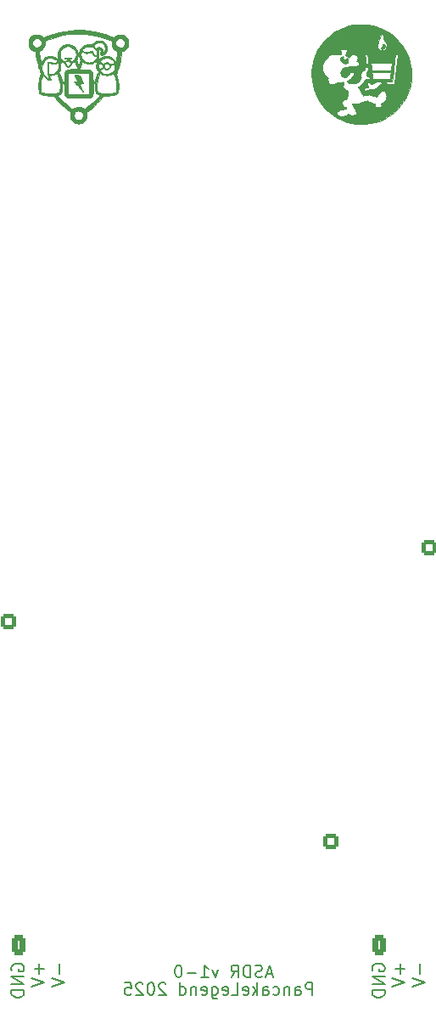
<source format=gbr>
%TF.GenerationSoftware,KiCad,Pcbnew,9.0.2*%
%TF.CreationDate,2025-06-18T19:11:40+10:00*%
%TF.ProjectId,ASDR,41534452-2e6b-4696-9361-645f70636258,rev?*%
%TF.SameCoordinates,Original*%
%TF.FileFunction,Legend,Bot*%
%TF.FilePolarity,Positive*%
%FSLAX46Y46*%
G04 Gerber Fmt 4.6, Leading zero omitted, Abs format (unit mm)*
G04 Created by KiCad (PCBNEW 9.0.2) date 2025-06-18 19:11:40*
%MOMM*%
%LPD*%
G01*
G04 APERTURE LIST*
G04 Aperture macros list*
%AMRoundRect*
0 Rectangle with rounded corners*
0 $1 Rounding radius*
0 $2 $3 $4 $5 $6 $7 $8 $9 X,Y pos of 4 corners*
0 Add a 4 corners polygon primitive as box body*
4,1,4,$2,$3,$4,$5,$6,$7,$8,$9,$2,$3,0*
0 Add four circle primitives for the rounded corners*
1,1,$1+$1,$2,$3*
1,1,$1+$1,$4,$5*
1,1,$1+$1,$6,$7*
1,1,$1+$1,$8,$9*
0 Add four rect primitives between the rounded corners*
20,1,$1+$1,$2,$3,$4,$5,0*
20,1,$1+$1,$4,$5,$6,$7,0*
20,1,$1+$1,$6,$7,$8,$9,0*
20,1,$1+$1,$8,$9,$2,$3,0*%
%AMHorizOval*
0 Thick line with rounded ends*
0 $1 width*
0 $2 $3 position (X,Y) of the first rounded end (center of the circle)*
0 $4 $5 position (X,Y) of the second rounded end (center of the circle)*
0 Add line between two ends*
20,1,$1,$2,$3,$4,$5,0*
0 Add two circle primitives to create the rounded ends*
1,1,$1,$2,$3*
1,1,$1,$4,$5*%
%AMRotRect*
0 Rectangle, with rotation*
0 The origin of the aperture is its center*
0 $1 length*
0 $2 width*
0 $3 Rotation angle, in degrees counterclockwise*
0 Add horizontal line*
21,1,$1,$2,0,0,$3*%
G04 Aperture macros list end*
%ADD10C,0.150000*%
%ADD11C,0.200000*%
%ADD12C,0.010000*%
%ADD13R,1.350000X1.900000*%
%ADD14O,1.350000X1.900000*%
%ADD15C,1.600000*%
%ADD16O,1.600000X1.600000*%
%ADD17C,4.000000*%
%ADD18O,2.400000X1.600000*%
%ADD19O,1.600000X2.400000*%
%ADD20R,2.400000X1.600000*%
%ADD21RoundRect,0.250000X0.751314X-0.201314X0.201314X0.751314X-0.751314X0.201314X-0.201314X-0.751314X0*%
%ADD22R,2.000000X2.000000*%
%ADD23C,2.200000*%
%ADD24RoundRect,0.291666X-0.408334X-0.708334X0.408334X-0.708334X0.408334X0.708334X-0.408334X0.708334X0*%
%ADD25O,1.400000X2.000000*%
%ADD26RotRect,1.350000X1.900000X120.000000*%
%ADD27HorizOval,1.350000X0.238157X0.137500X-0.238157X-0.137500X0*%
%ADD28RotRect,1.350000X1.900000X240.000000*%
%ADD29HorizOval,1.350000X-0.238157X0.137500X0.238157X-0.137500X0*%
%ADD30RoundRect,0.250000X-0.550000X0.550000X-0.550000X-0.550000X0.550000X-0.550000X0.550000X0.550000X0*%
%ADD31RoundRect,0.250000X0.550000X-0.550000X0.550000X0.550000X-0.550000X0.550000X-0.550000X-0.550000X0*%
%ADD32RoundRect,0.250000X-0.550000X-0.550000X0.550000X-0.550000X0.550000X0.550000X-0.550000X0.550000X0*%
%ADD33C,1.440000*%
%ADD34R,1.800000X1.800000*%
%ADD35C,1.800000*%
%ADD36O,3.600000X1.800000*%
G04 APERTURE END LIST*
D10*
X155357142Y-146454486D02*
X154785714Y-146454486D01*
X155471428Y-146797343D02*
X155071428Y-145597343D01*
X155071428Y-145597343D02*
X154671428Y-146797343D01*
X154328571Y-146740201D02*
X154157143Y-146797343D01*
X154157143Y-146797343D02*
X153871428Y-146797343D01*
X153871428Y-146797343D02*
X153757143Y-146740201D01*
X153757143Y-146740201D02*
X153700000Y-146683058D01*
X153700000Y-146683058D02*
X153642857Y-146568772D01*
X153642857Y-146568772D02*
X153642857Y-146454486D01*
X153642857Y-146454486D02*
X153700000Y-146340201D01*
X153700000Y-146340201D02*
X153757143Y-146283058D01*
X153757143Y-146283058D02*
X153871428Y-146225915D01*
X153871428Y-146225915D02*
X154100000Y-146168772D01*
X154100000Y-146168772D02*
X154214285Y-146111629D01*
X154214285Y-146111629D02*
X154271428Y-146054486D01*
X154271428Y-146054486D02*
X154328571Y-145940201D01*
X154328571Y-145940201D02*
X154328571Y-145825915D01*
X154328571Y-145825915D02*
X154271428Y-145711629D01*
X154271428Y-145711629D02*
X154214285Y-145654486D01*
X154214285Y-145654486D02*
X154100000Y-145597343D01*
X154100000Y-145597343D02*
X153814285Y-145597343D01*
X153814285Y-145597343D02*
X153642857Y-145654486D01*
X153128571Y-146797343D02*
X153128571Y-145597343D01*
X153128571Y-145597343D02*
X152842857Y-145597343D01*
X152842857Y-145597343D02*
X152671428Y-145654486D01*
X152671428Y-145654486D02*
X152557143Y-145768772D01*
X152557143Y-145768772D02*
X152500000Y-145883058D01*
X152500000Y-145883058D02*
X152442857Y-146111629D01*
X152442857Y-146111629D02*
X152442857Y-146283058D01*
X152442857Y-146283058D02*
X152500000Y-146511629D01*
X152500000Y-146511629D02*
X152557143Y-146625915D01*
X152557143Y-146625915D02*
X152671428Y-146740201D01*
X152671428Y-146740201D02*
X152842857Y-146797343D01*
X152842857Y-146797343D02*
X153128571Y-146797343D01*
X151242857Y-146797343D02*
X151642857Y-146225915D01*
X151928571Y-146797343D02*
X151928571Y-145597343D01*
X151928571Y-145597343D02*
X151471428Y-145597343D01*
X151471428Y-145597343D02*
X151357143Y-145654486D01*
X151357143Y-145654486D02*
X151300000Y-145711629D01*
X151300000Y-145711629D02*
X151242857Y-145825915D01*
X151242857Y-145825915D02*
X151242857Y-145997343D01*
X151242857Y-145997343D02*
X151300000Y-146111629D01*
X151300000Y-146111629D02*
X151357143Y-146168772D01*
X151357143Y-146168772D02*
X151471428Y-146225915D01*
X151471428Y-146225915D02*
X151928571Y-146225915D01*
X149928571Y-145997343D02*
X149642857Y-146797343D01*
X149642857Y-146797343D02*
X149357142Y-145997343D01*
X148271428Y-146797343D02*
X148957142Y-146797343D01*
X148614285Y-146797343D02*
X148614285Y-145597343D01*
X148614285Y-145597343D02*
X148728571Y-145768772D01*
X148728571Y-145768772D02*
X148842856Y-145883058D01*
X148842856Y-145883058D02*
X148957142Y-145940201D01*
X147757142Y-146340201D02*
X146842857Y-146340201D01*
X146042857Y-145597343D02*
X145928571Y-145597343D01*
X145928571Y-145597343D02*
X145814285Y-145654486D01*
X145814285Y-145654486D02*
X145757143Y-145711629D01*
X145757143Y-145711629D02*
X145700000Y-145825915D01*
X145700000Y-145825915D02*
X145642857Y-146054486D01*
X145642857Y-146054486D02*
X145642857Y-146340201D01*
X145642857Y-146340201D02*
X145700000Y-146568772D01*
X145700000Y-146568772D02*
X145757143Y-146683058D01*
X145757143Y-146683058D02*
X145814285Y-146740201D01*
X145814285Y-146740201D02*
X145928571Y-146797343D01*
X145928571Y-146797343D02*
X146042857Y-146797343D01*
X146042857Y-146797343D02*
X146157143Y-146740201D01*
X146157143Y-146740201D02*
X146214285Y-146683058D01*
X146214285Y-146683058D02*
X146271428Y-146568772D01*
X146271428Y-146568772D02*
X146328571Y-146340201D01*
X146328571Y-146340201D02*
X146328571Y-146054486D01*
X146328571Y-146054486D02*
X146271428Y-145825915D01*
X146271428Y-145825915D02*
X146214285Y-145711629D01*
X146214285Y-145711629D02*
X146157143Y-145654486D01*
X146157143Y-145654486D02*
X146042857Y-145597343D01*
X159342855Y-148547342D02*
X159342855Y-147347342D01*
X159342855Y-147347342D02*
X158885712Y-147347342D01*
X158885712Y-147347342D02*
X158771427Y-147404485D01*
X158771427Y-147404485D02*
X158714284Y-147461628D01*
X158714284Y-147461628D02*
X158657141Y-147575914D01*
X158657141Y-147575914D02*
X158657141Y-147747342D01*
X158657141Y-147747342D02*
X158714284Y-147861628D01*
X158714284Y-147861628D02*
X158771427Y-147918771D01*
X158771427Y-147918771D02*
X158885712Y-147975914D01*
X158885712Y-147975914D02*
X159342855Y-147975914D01*
X157628570Y-148547342D02*
X157628570Y-147918771D01*
X157628570Y-147918771D02*
X157685712Y-147804485D01*
X157685712Y-147804485D02*
X157799998Y-147747342D01*
X157799998Y-147747342D02*
X158028570Y-147747342D01*
X158028570Y-147747342D02*
X158142855Y-147804485D01*
X157628570Y-148490200D02*
X157742855Y-148547342D01*
X157742855Y-148547342D02*
X158028570Y-148547342D01*
X158028570Y-148547342D02*
X158142855Y-148490200D01*
X158142855Y-148490200D02*
X158199998Y-148375914D01*
X158199998Y-148375914D02*
X158199998Y-148261628D01*
X158199998Y-148261628D02*
X158142855Y-148147342D01*
X158142855Y-148147342D02*
X158028570Y-148090200D01*
X158028570Y-148090200D02*
X157742855Y-148090200D01*
X157742855Y-148090200D02*
X157628570Y-148033057D01*
X157057141Y-147747342D02*
X157057141Y-148547342D01*
X157057141Y-147861628D02*
X156999998Y-147804485D01*
X156999998Y-147804485D02*
X156885713Y-147747342D01*
X156885713Y-147747342D02*
X156714284Y-147747342D01*
X156714284Y-147747342D02*
X156599998Y-147804485D01*
X156599998Y-147804485D02*
X156542856Y-147918771D01*
X156542856Y-147918771D02*
X156542856Y-148547342D01*
X155457142Y-148490200D02*
X155571427Y-148547342D01*
X155571427Y-148547342D02*
X155799999Y-148547342D01*
X155799999Y-148547342D02*
X155914284Y-148490200D01*
X155914284Y-148490200D02*
X155971427Y-148433057D01*
X155971427Y-148433057D02*
X156028570Y-148318771D01*
X156028570Y-148318771D02*
X156028570Y-147975914D01*
X156028570Y-147975914D02*
X155971427Y-147861628D01*
X155971427Y-147861628D02*
X155914284Y-147804485D01*
X155914284Y-147804485D02*
X155799999Y-147747342D01*
X155799999Y-147747342D02*
X155571427Y-147747342D01*
X155571427Y-147747342D02*
X155457142Y-147804485D01*
X154428571Y-148547342D02*
X154428571Y-147918771D01*
X154428571Y-147918771D02*
X154485713Y-147804485D01*
X154485713Y-147804485D02*
X154599999Y-147747342D01*
X154599999Y-147747342D02*
X154828571Y-147747342D01*
X154828571Y-147747342D02*
X154942856Y-147804485D01*
X154428571Y-148490200D02*
X154542856Y-148547342D01*
X154542856Y-148547342D02*
X154828571Y-148547342D01*
X154828571Y-148547342D02*
X154942856Y-148490200D01*
X154942856Y-148490200D02*
X154999999Y-148375914D01*
X154999999Y-148375914D02*
X154999999Y-148261628D01*
X154999999Y-148261628D02*
X154942856Y-148147342D01*
X154942856Y-148147342D02*
X154828571Y-148090200D01*
X154828571Y-148090200D02*
X154542856Y-148090200D01*
X154542856Y-148090200D02*
X154428571Y-148033057D01*
X153857142Y-148547342D02*
X153857142Y-147347342D01*
X153742857Y-148090200D02*
X153399999Y-148547342D01*
X153399999Y-147747342D02*
X153857142Y-148204485D01*
X152428570Y-148490200D02*
X152542856Y-148547342D01*
X152542856Y-148547342D02*
X152771428Y-148547342D01*
X152771428Y-148547342D02*
X152885713Y-148490200D01*
X152885713Y-148490200D02*
X152942856Y-148375914D01*
X152942856Y-148375914D02*
X152942856Y-147918771D01*
X152942856Y-147918771D02*
X152885713Y-147804485D01*
X152885713Y-147804485D02*
X152771428Y-147747342D01*
X152771428Y-147747342D02*
X152542856Y-147747342D01*
X152542856Y-147747342D02*
X152428570Y-147804485D01*
X152428570Y-147804485D02*
X152371428Y-147918771D01*
X152371428Y-147918771D02*
X152371428Y-148033057D01*
X152371428Y-148033057D02*
X152942856Y-148147342D01*
X151285714Y-148547342D02*
X151857142Y-148547342D01*
X151857142Y-148547342D02*
X151857142Y-147347342D01*
X150428570Y-148490200D02*
X150542856Y-148547342D01*
X150542856Y-148547342D02*
X150771428Y-148547342D01*
X150771428Y-148547342D02*
X150885713Y-148490200D01*
X150885713Y-148490200D02*
X150942856Y-148375914D01*
X150942856Y-148375914D02*
X150942856Y-147918771D01*
X150942856Y-147918771D02*
X150885713Y-147804485D01*
X150885713Y-147804485D02*
X150771428Y-147747342D01*
X150771428Y-147747342D02*
X150542856Y-147747342D01*
X150542856Y-147747342D02*
X150428570Y-147804485D01*
X150428570Y-147804485D02*
X150371428Y-147918771D01*
X150371428Y-147918771D02*
X150371428Y-148033057D01*
X150371428Y-148033057D02*
X150942856Y-148147342D01*
X149342857Y-147747342D02*
X149342857Y-148718771D01*
X149342857Y-148718771D02*
X149399999Y-148833057D01*
X149399999Y-148833057D02*
X149457142Y-148890200D01*
X149457142Y-148890200D02*
X149571428Y-148947342D01*
X149571428Y-148947342D02*
X149742857Y-148947342D01*
X149742857Y-148947342D02*
X149857142Y-148890200D01*
X149342857Y-148490200D02*
X149457142Y-148547342D01*
X149457142Y-148547342D02*
X149685714Y-148547342D01*
X149685714Y-148547342D02*
X149799999Y-148490200D01*
X149799999Y-148490200D02*
X149857142Y-148433057D01*
X149857142Y-148433057D02*
X149914285Y-148318771D01*
X149914285Y-148318771D02*
X149914285Y-147975914D01*
X149914285Y-147975914D02*
X149857142Y-147861628D01*
X149857142Y-147861628D02*
X149799999Y-147804485D01*
X149799999Y-147804485D02*
X149685714Y-147747342D01*
X149685714Y-147747342D02*
X149457142Y-147747342D01*
X149457142Y-147747342D02*
X149342857Y-147804485D01*
X148314285Y-148490200D02*
X148428571Y-148547342D01*
X148428571Y-148547342D02*
X148657143Y-148547342D01*
X148657143Y-148547342D02*
X148771428Y-148490200D01*
X148771428Y-148490200D02*
X148828571Y-148375914D01*
X148828571Y-148375914D02*
X148828571Y-147918771D01*
X148828571Y-147918771D02*
X148771428Y-147804485D01*
X148771428Y-147804485D02*
X148657143Y-147747342D01*
X148657143Y-147747342D02*
X148428571Y-147747342D01*
X148428571Y-147747342D02*
X148314285Y-147804485D01*
X148314285Y-147804485D02*
X148257143Y-147918771D01*
X148257143Y-147918771D02*
X148257143Y-148033057D01*
X148257143Y-148033057D02*
X148828571Y-148147342D01*
X147742857Y-147747342D02*
X147742857Y-148547342D01*
X147742857Y-147861628D02*
X147685714Y-147804485D01*
X147685714Y-147804485D02*
X147571429Y-147747342D01*
X147571429Y-147747342D02*
X147400000Y-147747342D01*
X147400000Y-147747342D02*
X147285714Y-147804485D01*
X147285714Y-147804485D02*
X147228572Y-147918771D01*
X147228572Y-147918771D02*
X147228572Y-148547342D01*
X146142858Y-148547342D02*
X146142858Y-147347342D01*
X146142858Y-148490200D02*
X146257143Y-148547342D01*
X146257143Y-148547342D02*
X146485715Y-148547342D01*
X146485715Y-148547342D02*
X146600000Y-148490200D01*
X146600000Y-148490200D02*
X146657143Y-148433057D01*
X146657143Y-148433057D02*
X146714286Y-148318771D01*
X146714286Y-148318771D02*
X146714286Y-147975914D01*
X146714286Y-147975914D02*
X146657143Y-147861628D01*
X146657143Y-147861628D02*
X146600000Y-147804485D01*
X146600000Y-147804485D02*
X146485715Y-147747342D01*
X146485715Y-147747342D02*
X146257143Y-147747342D01*
X146257143Y-147747342D02*
X146142858Y-147804485D01*
X144714286Y-147461628D02*
X144657143Y-147404485D01*
X144657143Y-147404485D02*
X144542858Y-147347342D01*
X144542858Y-147347342D02*
X144257143Y-147347342D01*
X144257143Y-147347342D02*
X144142858Y-147404485D01*
X144142858Y-147404485D02*
X144085715Y-147461628D01*
X144085715Y-147461628D02*
X144028572Y-147575914D01*
X144028572Y-147575914D02*
X144028572Y-147690200D01*
X144028572Y-147690200D02*
X144085715Y-147861628D01*
X144085715Y-147861628D02*
X144771429Y-148547342D01*
X144771429Y-148547342D02*
X144028572Y-148547342D01*
X143285715Y-147347342D02*
X143171429Y-147347342D01*
X143171429Y-147347342D02*
X143057143Y-147404485D01*
X143057143Y-147404485D02*
X143000001Y-147461628D01*
X143000001Y-147461628D02*
X142942858Y-147575914D01*
X142942858Y-147575914D02*
X142885715Y-147804485D01*
X142885715Y-147804485D02*
X142885715Y-148090200D01*
X142885715Y-148090200D02*
X142942858Y-148318771D01*
X142942858Y-148318771D02*
X143000001Y-148433057D01*
X143000001Y-148433057D02*
X143057143Y-148490200D01*
X143057143Y-148490200D02*
X143171429Y-148547342D01*
X143171429Y-148547342D02*
X143285715Y-148547342D01*
X143285715Y-148547342D02*
X143400001Y-148490200D01*
X143400001Y-148490200D02*
X143457143Y-148433057D01*
X143457143Y-148433057D02*
X143514286Y-148318771D01*
X143514286Y-148318771D02*
X143571429Y-148090200D01*
X143571429Y-148090200D02*
X143571429Y-147804485D01*
X143571429Y-147804485D02*
X143514286Y-147575914D01*
X143514286Y-147575914D02*
X143457143Y-147461628D01*
X143457143Y-147461628D02*
X143400001Y-147404485D01*
X143400001Y-147404485D02*
X143285715Y-147347342D01*
X142428572Y-147461628D02*
X142371429Y-147404485D01*
X142371429Y-147404485D02*
X142257144Y-147347342D01*
X142257144Y-147347342D02*
X141971429Y-147347342D01*
X141971429Y-147347342D02*
X141857144Y-147404485D01*
X141857144Y-147404485D02*
X141800001Y-147461628D01*
X141800001Y-147461628D02*
X141742858Y-147575914D01*
X141742858Y-147575914D02*
X141742858Y-147690200D01*
X141742858Y-147690200D02*
X141800001Y-147861628D01*
X141800001Y-147861628D02*
X142485715Y-148547342D01*
X142485715Y-148547342D02*
X141742858Y-148547342D01*
X140657144Y-147347342D02*
X141228572Y-147347342D01*
X141228572Y-147347342D02*
X141285715Y-147918771D01*
X141285715Y-147918771D02*
X141228572Y-147861628D01*
X141228572Y-147861628D02*
X141114287Y-147804485D01*
X141114287Y-147804485D02*
X140828572Y-147804485D01*
X140828572Y-147804485D02*
X140714287Y-147861628D01*
X140714287Y-147861628D02*
X140657144Y-147918771D01*
X140657144Y-147918771D02*
X140600001Y-148033057D01*
X140600001Y-148033057D02*
X140600001Y-148318771D01*
X140600001Y-148318771D02*
X140657144Y-148433057D01*
X140657144Y-148433057D02*
X140714287Y-148490200D01*
X140714287Y-148490200D02*
X140828572Y-148547342D01*
X140828572Y-148547342D02*
X141114287Y-148547342D01*
X141114287Y-148547342D02*
X141228572Y-148490200D01*
X141228572Y-148490200D02*
X141285715Y-148433057D01*
D11*
X132093316Y-145483958D02*
X132093316Y-146451578D01*
X132577126Y-145967768D02*
X131609507Y-145967768D01*
X131307126Y-146874911D02*
X132577126Y-147298244D01*
X132577126Y-147298244D02*
X131307126Y-147721578D01*
X129367602Y-146149197D02*
X129307126Y-146028244D01*
X129307126Y-146028244D02*
X129307126Y-145846816D01*
X129307126Y-145846816D02*
X129367602Y-145665387D01*
X129367602Y-145665387D02*
X129488554Y-145544435D01*
X129488554Y-145544435D02*
X129609507Y-145483958D01*
X129609507Y-145483958D02*
X129851411Y-145423482D01*
X129851411Y-145423482D02*
X130032840Y-145423482D01*
X130032840Y-145423482D02*
X130274745Y-145483958D01*
X130274745Y-145483958D02*
X130395697Y-145544435D01*
X130395697Y-145544435D02*
X130516650Y-145665387D01*
X130516650Y-145665387D02*
X130577126Y-145846816D01*
X130577126Y-145846816D02*
X130577126Y-145967768D01*
X130577126Y-145967768D02*
X130516650Y-146149197D01*
X130516650Y-146149197D02*
X130456173Y-146209673D01*
X130456173Y-146209673D02*
X130032840Y-146209673D01*
X130032840Y-146209673D02*
X130032840Y-145967768D01*
X130577126Y-146753958D02*
X129307126Y-146753958D01*
X129307126Y-146753958D02*
X130577126Y-147479673D01*
X130577126Y-147479673D02*
X129307126Y-147479673D01*
X130577126Y-148084434D02*
X129307126Y-148084434D01*
X129307126Y-148084434D02*
X129307126Y-148386815D01*
X129307126Y-148386815D02*
X129367602Y-148568244D01*
X129367602Y-148568244D02*
X129488554Y-148689196D01*
X129488554Y-148689196D02*
X129609507Y-148749673D01*
X129609507Y-148749673D02*
X129851411Y-148810149D01*
X129851411Y-148810149D02*
X130032840Y-148810149D01*
X130032840Y-148810149D02*
X130274745Y-148749673D01*
X130274745Y-148749673D02*
X130395697Y-148689196D01*
X130395697Y-148689196D02*
X130516650Y-148568244D01*
X130516650Y-148568244D02*
X130577126Y-148386815D01*
X130577126Y-148386815D02*
X130577126Y-148084434D01*
X134093316Y-145483958D02*
X134093316Y-146451578D01*
X133307126Y-146874911D02*
X134577126Y-147298244D01*
X134577126Y-147298244D02*
X133307126Y-147721578D01*
X168093316Y-145483958D02*
X168093316Y-146451578D01*
X168577126Y-145967768D02*
X167609507Y-145967768D01*
X167307126Y-146874911D02*
X168577126Y-147298244D01*
X168577126Y-147298244D02*
X167307126Y-147721578D01*
X165367602Y-146149197D02*
X165307126Y-146028244D01*
X165307126Y-146028244D02*
X165307126Y-145846816D01*
X165307126Y-145846816D02*
X165367602Y-145665387D01*
X165367602Y-145665387D02*
X165488554Y-145544435D01*
X165488554Y-145544435D02*
X165609507Y-145483958D01*
X165609507Y-145483958D02*
X165851411Y-145423482D01*
X165851411Y-145423482D02*
X166032840Y-145423482D01*
X166032840Y-145423482D02*
X166274745Y-145483958D01*
X166274745Y-145483958D02*
X166395697Y-145544435D01*
X166395697Y-145544435D02*
X166516650Y-145665387D01*
X166516650Y-145665387D02*
X166577126Y-145846816D01*
X166577126Y-145846816D02*
X166577126Y-145967768D01*
X166577126Y-145967768D02*
X166516650Y-146149197D01*
X166516650Y-146149197D02*
X166456173Y-146209673D01*
X166456173Y-146209673D02*
X166032840Y-146209673D01*
X166032840Y-146209673D02*
X166032840Y-145967768D01*
X166577126Y-146753958D02*
X165307126Y-146753958D01*
X165307126Y-146753958D02*
X166577126Y-147479673D01*
X166577126Y-147479673D02*
X165307126Y-147479673D01*
X166577126Y-148084434D02*
X165307126Y-148084434D01*
X165307126Y-148084434D02*
X165307126Y-148386815D01*
X165307126Y-148386815D02*
X165367602Y-148568244D01*
X165367602Y-148568244D02*
X165488554Y-148689196D01*
X165488554Y-148689196D02*
X165609507Y-148749673D01*
X165609507Y-148749673D02*
X165851411Y-148810149D01*
X165851411Y-148810149D02*
X166032840Y-148810149D01*
X166032840Y-148810149D02*
X166274745Y-148749673D01*
X166274745Y-148749673D02*
X166395697Y-148689196D01*
X166395697Y-148689196D02*
X166516650Y-148568244D01*
X166516650Y-148568244D02*
X166577126Y-148386815D01*
X166577126Y-148386815D02*
X166577126Y-148084434D01*
X170093316Y-145483958D02*
X170093316Y-146451578D01*
X169307126Y-146874911D02*
X170577126Y-147298244D01*
X170577126Y-147298244D02*
X169307126Y-147721578D01*
D12*
%TO.C,Ref\u002A\u002A*%
X168504634Y-54146087D02*
X168713316Y-54526199D01*
X168818416Y-54750053D01*
X168828802Y-54776208D01*
X168971359Y-55135234D01*
X169087292Y-55520354D01*
X169167953Y-55912877D01*
X169215076Y-56320270D01*
X169230397Y-56750000D01*
X169226097Y-56981247D01*
X169193676Y-57401213D01*
X169128099Y-57802793D01*
X169027721Y-58193071D01*
X168890901Y-58579127D01*
X168742550Y-58909000D01*
X168715996Y-58968046D01*
X168631678Y-59130766D01*
X168397772Y-59519419D01*
X168132166Y-59881717D01*
X167836934Y-60216251D01*
X167514152Y-60521612D01*
X167165897Y-60796390D01*
X166794244Y-61039175D01*
X166401269Y-61248558D01*
X165989047Y-61423130D01*
X165559655Y-61561480D01*
X165115168Y-61662200D01*
X164657662Y-61723879D01*
X164639016Y-61725418D01*
X164532290Y-61731126D01*
X164401386Y-61734455D01*
X164261163Y-61735152D01*
X164126480Y-61732962D01*
X164064857Y-61730858D01*
X163638191Y-61698276D01*
X163232349Y-61633579D01*
X162839279Y-61534798D01*
X162450930Y-61399962D01*
X162059250Y-61227100D01*
X161738275Y-61056969D01*
X161357153Y-60813387D01*
X161003180Y-60537569D01*
X160675739Y-60228977D01*
X160374216Y-59887071D01*
X160097994Y-59511313D01*
X160031584Y-59409675D01*
X159809342Y-59021670D01*
X159624992Y-58618401D01*
X159478533Y-58202713D01*
X159369966Y-57777451D01*
X159299291Y-57345459D01*
X159266508Y-56909583D01*
X159271616Y-56472669D01*
X159314616Y-56037560D01*
X159329282Y-55959517D01*
X160360909Y-55959517D01*
X160361232Y-56090150D01*
X160369204Y-56229502D01*
X160384197Y-56364068D01*
X160405584Y-56480342D01*
X160407506Y-56488264D01*
X160434768Y-56573841D01*
X160475130Y-56654146D01*
X160533884Y-56736712D01*
X160616323Y-56829069D01*
X160727739Y-56938747D01*
X160902192Y-57103881D01*
X160890419Y-57233722D01*
X160888234Y-57265985D01*
X160899509Y-57404948D01*
X160947211Y-57523861D01*
X161032405Y-57625662D01*
X161120887Y-57688834D01*
X161245717Y-57734331D01*
X161381190Y-57741343D01*
X161523206Y-57709781D01*
X161667667Y-57639556D01*
X161693784Y-57624026D01*
X161743072Y-57600711D01*
X161798190Y-57585628D01*
X161871304Y-57575980D01*
X161974583Y-57568967D01*
X162021310Y-57565977D01*
X162128727Y-57556202D01*
X162227131Y-57543735D01*
X162299871Y-57530542D01*
X162349641Y-57519365D01*
X162395354Y-57513663D01*
X162422024Y-57521233D01*
X162442477Y-57543216D01*
X162466550Y-57591087D01*
X162484563Y-57652692D01*
X162487721Y-57701630D01*
X162472154Y-57750122D01*
X162431916Y-57811935D01*
X162408238Y-57846062D01*
X162377995Y-57897553D01*
X162366167Y-57929971D01*
X162368646Y-57952492D01*
X162391894Y-58005967D01*
X162442240Y-58069416D01*
X162522897Y-58146528D01*
X162637077Y-58240990D01*
X162848321Y-58407997D01*
X162874113Y-58567884D01*
X162875563Y-58576775D01*
X162890619Y-58660383D01*
X162905662Y-58731094D01*
X162917639Y-58774412D01*
X162924576Y-58808323D01*
X162904836Y-58846397D01*
X162887433Y-58869471D01*
X162860872Y-58927564D01*
X162836102Y-59002308D01*
X162817806Y-59078966D01*
X162810667Y-59142798D01*
X162810391Y-59155613D01*
X162802258Y-59185654D01*
X162774396Y-59201901D01*
X162715548Y-59212617D01*
X162681406Y-59219149D01*
X162596861Y-59244501D01*
X162516552Y-59278292D01*
X162444558Y-59321970D01*
X162357089Y-59406501D01*
X162306007Y-59503351D01*
X162290868Y-59607528D01*
X162311226Y-59714042D01*
X162366635Y-59817904D01*
X162456649Y-59914122D01*
X162580822Y-59997708D01*
X162633136Y-60025759D01*
X162678858Y-60050322D01*
X162697821Y-60060578D01*
X162709410Y-60082747D01*
X162716465Y-60123109D01*
X162716755Y-60161749D01*
X162708506Y-60179000D01*
X162676431Y-60185884D01*
X162626836Y-60203477D01*
X162579439Y-60215725D01*
X162503719Y-60226062D01*
X162419083Y-60231262D01*
X162293153Y-60242266D01*
X162139166Y-60280045D01*
X162005309Y-60341307D01*
X161898216Y-60422816D01*
X161824519Y-60521336D01*
X161819650Y-60531493D01*
X161804080Y-60614053D01*
X161824406Y-60698343D01*
X161876003Y-60776988D01*
X161954244Y-60842617D01*
X162054501Y-60887855D01*
X162058224Y-60888931D01*
X162135952Y-60904394D01*
X162234318Y-60915120D01*
X162332967Y-60918843D01*
X162430650Y-60914499D01*
X162567299Y-60889421D01*
X162691978Y-60837375D01*
X162820364Y-60753026D01*
X162879646Y-60709689D01*
X162915750Y-60688797D01*
X162934462Y-60688977D01*
X162943583Y-60707337D01*
X162946897Y-60716703D01*
X162986203Y-60759181D01*
X163057327Y-60793434D01*
X163151896Y-60817815D01*
X163261536Y-60830679D01*
X163377876Y-60830378D01*
X163492542Y-60815268D01*
X163556124Y-60797147D01*
X163644537Y-60748290D01*
X163700986Y-60681131D01*
X163720833Y-60600041D01*
X163713915Y-60536981D01*
X163682807Y-60426335D01*
X163629577Y-60295237D01*
X163557398Y-60150475D01*
X163469446Y-59998841D01*
X163368893Y-59847124D01*
X163360143Y-59834729D01*
X163317597Y-59773490D01*
X163287658Y-59728778D01*
X163276346Y-59709540D01*
X163282270Y-59708246D01*
X163321979Y-59706070D01*
X163392864Y-59704327D01*
X163487669Y-59703170D01*
X163599137Y-59702750D01*
X163637436Y-59702727D01*
X163752858Y-59701967D01*
X163837135Y-59699309D01*
X163899045Y-59693652D01*
X163947363Y-59683897D01*
X163990867Y-59668942D01*
X164038333Y-59647687D01*
X164088876Y-59621473D01*
X164158673Y-59578303D01*
X164207667Y-59539621D01*
X164240037Y-59512610D01*
X164280693Y-59494441D01*
X164340047Y-59483103D01*
X164429917Y-59475170D01*
X164532367Y-59463385D01*
X164641850Y-59442968D01*
X164732948Y-59418496D01*
X164866645Y-59373269D01*
X164934031Y-59430154D01*
X165006914Y-59481938D01*
X165129118Y-59546250D01*
X165270905Y-59602262D01*
X165419458Y-59644321D01*
X165484662Y-59659334D01*
X165540624Y-59675167D01*
X165570103Y-59691238D01*
X165581579Y-59712747D01*
X165583533Y-59744891D01*
X165590667Y-59808275D01*
X165631604Y-59904526D01*
X165702562Y-59981843D01*
X165796286Y-60033307D01*
X165905522Y-60052000D01*
X165950198Y-60050733D01*
X166028228Y-60036960D01*
X166096186Y-60002249D01*
X166170875Y-59939474D01*
X166182462Y-59928060D01*
X166229327Y-59861290D01*
X166234281Y-59800321D01*
X166197333Y-59745083D01*
X166168988Y-59716155D01*
X166155050Y-59694178D01*
X166168815Y-59681094D01*
X166211164Y-59654141D01*
X166272125Y-59620436D01*
X166371281Y-59558180D01*
X166493113Y-59454583D01*
X166598995Y-59335182D01*
X166676294Y-59212718D01*
X166678050Y-59209132D01*
X166708804Y-59139790D01*
X166726636Y-59077632D01*
X166734818Y-59006192D01*
X166736619Y-58909000D01*
X166728089Y-58772419D01*
X166700249Y-58663789D01*
X166648803Y-58573241D01*
X166569450Y-58489998D01*
X166481524Y-58432038D01*
X166377722Y-58407597D01*
X166260405Y-58422282D01*
X166252789Y-58424498D01*
X166167667Y-58466987D01*
X166075428Y-58539749D01*
X165984043Y-58634607D01*
X165901486Y-58743382D01*
X165835729Y-58857897D01*
X165764528Y-59007143D01*
X165488806Y-58926583D01*
X165469760Y-58920982D01*
X165363904Y-58888544D01*
X165270090Y-58857737D01*
X165197897Y-58831810D01*
X165156901Y-58814012D01*
X165091013Y-58791263D01*
X164979851Y-58784077D01*
X164834506Y-58798653D01*
X164656110Y-58834944D01*
X164586066Y-58851713D01*
X164505697Y-58870382D01*
X164447864Y-58883121D01*
X164421851Y-58887833D01*
X164412290Y-58878148D01*
X164392704Y-58837785D01*
X164370733Y-58776708D01*
X164348785Y-58716440D01*
X164279573Y-58574824D01*
X164177848Y-58409813D01*
X164042981Y-58220340D01*
X164004651Y-58168485D01*
X164463613Y-58168485D01*
X164529304Y-58274159D01*
X164560236Y-58320005D01*
X164595455Y-58362502D01*
X164618289Y-58378301D01*
X164652110Y-58373714D01*
X164729340Y-58356676D01*
X164823551Y-58331224D01*
X164920913Y-58301437D01*
X165007597Y-58271393D01*
X165069772Y-58245170D01*
X165102945Y-58229075D01*
X165151173Y-58211025D01*
X165202328Y-58202199D01*
X165269483Y-58200829D01*
X165365714Y-58205147D01*
X165439567Y-58208837D01*
X165512796Y-58209216D01*
X165567643Y-58202443D01*
X165617798Y-58186506D01*
X165676951Y-58159391D01*
X165706674Y-58144079D01*
X165804563Y-58077259D01*
X165883560Y-57989984D01*
X165954167Y-57871340D01*
X166004988Y-57771049D01*
X166143435Y-57762233D01*
X166173030Y-57760070D01*
X166256576Y-57748083D01*
X166304366Y-57727121D01*
X166321376Y-57693715D01*
X166312583Y-57644400D01*
X166304437Y-57626000D01*
X166252126Y-57568806D01*
X166168114Y-57523850D01*
X166060048Y-57494390D01*
X165935574Y-57483686D01*
X165768033Y-57497252D01*
X165591857Y-57544909D01*
X165416388Y-57629016D01*
X165235817Y-57751800D01*
X165216554Y-57751285D01*
X165172118Y-57724357D01*
X165110898Y-57671207D01*
X165079906Y-57642184D01*
X165027358Y-57600136D01*
X164985212Y-57581348D01*
X164941947Y-57579573D01*
X164900226Y-57588673D01*
X164865583Y-57614494D01*
X164848600Y-57660882D01*
X164848754Y-57732539D01*
X164865520Y-57834163D01*
X164898375Y-57970455D01*
X164899205Y-57973799D01*
X164898390Y-58003911D01*
X164873769Y-58028831D01*
X164817036Y-58057446D01*
X164734617Y-58091312D01*
X164520848Y-58155841D01*
X164463613Y-58168485D01*
X164004651Y-58168485D01*
X163998118Y-58159646D01*
X163952625Y-58095663D01*
X163923053Y-58051000D01*
X163914306Y-58032805D01*
X163925939Y-58024619D01*
X163964642Y-57998135D01*
X164019529Y-57960929D01*
X164131331Y-57873302D01*
X164263593Y-57743473D01*
X164397132Y-57587369D01*
X164482849Y-57470683D01*
X166574326Y-57470683D01*
X166650413Y-57554903D01*
X166678782Y-57588601D01*
X166713105Y-57638082D01*
X166726500Y-57670811D01*
X166727045Y-57674970D01*
X166736541Y-57685119D01*
X166761939Y-57692488D01*
X166773361Y-57693715D01*
X166808526Y-57697493D01*
X166881586Y-57700553D01*
X166986403Y-57702082D01*
X167128264Y-57702500D01*
X167203506Y-57702482D01*
X167323883Y-57702091D01*
X167410576Y-57700672D01*
X167469337Y-57697560D01*
X167505916Y-57692089D01*
X167526065Y-57683595D01*
X167535535Y-57671412D01*
X167540078Y-57654875D01*
X167543057Y-57633637D01*
X167550493Y-57573660D01*
X167561755Y-57479700D01*
X167576358Y-57355982D01*
X167593820Y-57206730D01*
X167613655Y-57036168D01*
X167635381Y-56848519D01*
X167658514Y-56648009D01*
X167682570Y-56438860D01*
X167707065Y-56225298D01*
X167731516Y-56011546D01*
X167755438Y-55801828D01*
X167778348Y-55600369D01*
X167799763Y-55411392D01*
X167819198Y-55239121D01*
X167836169Y-55087781D01*
X167850194Y-54961596D01*
X167860788Y-54864789D01*
X167867467Y-54801585D01*
X167869749Y-54776208D01*
X167851560Y-54769758D01*
X167804846Y-54764305D01*
X167743690Y-54760582D01*
X167682184Y-54759171D01*
X167634421Y-54760657D01*
X167614493Y-54765625D01*
X167614251Y-54767579D01*
X167610473Y-54800274D01*
X167602444Y-54870486D01*
X167590566Y-54974673D01*
X167575243Y-55109295D01*
X167556877Y-55270811D01*
X167535870Y-55455681D01*
X167513878Y-55649333D01*
X167512626Y-55660362D01*
X167487546Y-55881316D01*
X167461035Y-56115000D01*
X167413018Y-56538333D01*
X167308583Y-57459083D01*
X166941455Y-57464883D01*
X166574326Y-57470683D01*
X164482849Y-57470683D01*
X164525683Y-57412374D01*
X164642984Y-57225873D01*
X164651590Y-57212011D01*
X164669285Y-57198128D01*
X164699141Y-57201729D01*
X164754538Y-57222395D01*
X164823631Y-57244528D01*
X164915648Y-57254425D01*
X164988733Y-57238042D01*
X165036943Y-57197142D01*
X165054333Y-57133489D01*
X165051236Y-57106340D01*
X165025367Y-57055068D01*
X164969120Y-57001709D01*
X164877528Y-56940850D01*
X164855737Y-56926868D01*
X164773561Y-56849300D01*
X164726993Y-56757326D01*
X164718179Y-56657387D01*
X164746549Y-56564792D01*
X165288359Y-56564792D01*
X165289091Y-56573962D01*
X165293769Y-56620477D01*
X165301983Y-56697162D01*
X165312860Y-56795944D01*
X165325526Y-56908750D01*
X165361501Y-57226250D01*
X166234500Y-57231776D01*
X166349109Y-57232444D01*
X166553027Y-57233224D01*
X166719395Y-57233156D01*
X166851418Y-57232164D01*
X166952303Y-57230169D01*
X167025255Y-57227093D01*
X167073480Y-57222860D01*
X167100184Y-57217391D01*
X167108573Y-57210610D01*
X167109393Y-57200319D01*
X167114255Y-57152475D01*
X167122695Y-57074664D01*
X167133839Y-56974881D01*
X167146811Y-56861125D01*
X167183975Y-56538333D01*
X166235571Y-56538333D01*
X166052058Y-56538470D01*
X165848176Y-56539102D01*
X165681297Y-56540325D01*
X165548410Y-56542223D01*
X165446499Y-56544881D01*
X165372552Y-56548383D01*
X165323556Y-56552812D01*
X165296496Y-56558254D01*
X165288359Y-56564792D01*
X164746549Y-56564792D01*
X164749266Y-56555923D01*
X164766829Y-56524748D01*
X164808243Y-56458849D01*
X164855100Y-56390405D01*
X164863291Y-56378812D01*
X164913397Y-56289980D01*
X164927246Y-56214362D01*
X164904583Y-56143811D01*
X164845157Y-56070176D01*
X164835277Y-56060562D01*
X164758432Y-56004511D01*
X164691007Y-55987140D01*
X164637195Y-56007093D01*
X164601189Y-56063016D01*
X164587179Y-56153553D01*
X164584557Y-56215157D01*
X164572585Y-56274351D01*
X164544112Y-56319214D01*
X164491743Y-56360251D01*
X164408082Y-56407969D01*
X164355314Y-56437399D01*
X164290306Y-56481103D01*
X164246654Y-56525497D01*
X164212958Y-56580673D01*
X164177564Y-56683464D01*
X164166331Y-56822797D01*
X164187201Y-56977883D01*
X164191307Y-56996711D01*
X164197184Y-57052262D01*
X164186591Y-57103442D01*
X164156317Y-57170241D01*
X164155611Y-57171632D01*
X164055120Y-57341180D01*
X163944037Y-57476882D01*
X163824892Y-57576618D01*
X163700216Y-57638264D01*
X163572537Y-57659702D01*
X163567484Y-57659683D01*
X163508429Y-57656849D01*
X163422413Y-57650007D01*
X163319312Y-57640238D01*
X163209005Y-57628623D01*
X163101370Y-57616245D01*
X163006284Y-57604184D01*
X162933625Y-57593522D01*
X162893272Y-57585341D01*
X162883775Y-57579680D01*
X162856335Y-57542570D01*
X162832756Y-57485565D01*
X162829411Y-57474266D01*
X162817026Y-57421956D01*
X162820759Y-57393394D01*
X162841722Y-57374841D01*
X162951347Y-57305188D01*
X163099162Y-57200294D01*
X163231323Y-57093685D01*
X163342189Y-56990340D01*
X163426119Y-56895243D01*
X163477474Y-56813374D01*
X163487597Y-56790482D01*
X163504031Y-56742012D01*
X163501915Y-56703678D01*
X163481811Y-56655025D01*
X163429641Y-56579760D01*
X163346704Y-56525260D01*
X163242445Y-56506583D01*
X163216842Y-56507590D01*
X163137225Y-56529619D01*
X163074360Y-56584118D01*
X163021961Y-56675917D01*
X162950034Y-56806142D01*
X162859687Y-56911922D01*
X162758508Y-56982467D01*
X162645766Y-57020984D01*
X162520394Y-57027984D01*
X162403399Y-56998081D01*
X162301450Y-56933107D01*
X162221216Y-56834894D01*
X162206039Y-56805565D01*
X162172274Y-56693429D01*
X162161865Y-56566829D01*
X162175102Y-56441861D01*
X162212271Y-56334621D01*
X162261177Y-56257153D01*
X162330890Y-56182455D01*
X162419199Y-56121004D01*
X162530007Y-56071444D01*
X162667220Y-56032420D01*
X162834742Y-56002574D01*
X163036478Y-55980550D01*
X163276333Y-55964992D01*
X163373798Y-55960027D01*
X163524562Y-55951047D01*
X163641951Y-55941453D01*
X163731773Y-55930209D01*
X163799835Y-55916276D01*
X163851945Y-55898618D01*
X163893910Y-55876198D01*
X163931538Y-55847978D01*
X163956194Y-55823014D01*
X163988818Y-55754265D01*
X163986290Y-55678393D01*
X163951184Y-55602316D01*
X163886076Y-55532949D01*
X163793538Y-55477209D01*
X163702900Y-55437116D01*
X163774590Y-55330585D01*
X163785847Y-55313458D01*
X163842924Y-55202695D01*
X163863448Y-55102691D01*
X163848902Y-55006988D01*
X163848126Y-55004662D01*
X163792380Y-54901692D01*
X163705680Y-54824903D01*
X163592194Y-54776912D01*
X163456087Y-54760333D01*
X164588167Y-54760333D01*
X164599448Y-54839708D01*
X164603681Y-54871734D01*
X164612747Y-54944720D01*
X164624768Y-55044376D01*
X164638689Y-55161921D01*
X164653452Y-55288574D01*
X164665715Y-55393097D01*
X164678570Y-55499103D01*
X164689247Y-55583278D01*
X164696886Y-55638876D01*
X164700630Y-55659154D01*
X164707374Y-55661393D01*
X164743830Y-55674136D01*
X164800333Y-55694163D01*
X164827845Y-55704063D01*
X164891701Y-55727763D01*
X164935793Y-55745105D01*
X164951227Y-55750891D01*
X164968343Y-55746733D01*
X164964129Y-55711022D01*
X164962812Y-55704313D01*
X164955862Y-55657184D01*
X164954854Y-55649333D01*
X165179415Y-55649333D01*
X165190595Y-55718125D01*
X165194032Y-55741612D01*
X165194683Y-55746733D01*
X165202712Y-55809955D01*
X165213176Y-55900008D01*
X165223858Y-55998583D01*
X165229470Y-56051369D01*
X165240433Y-56149685D01*
X165250429Y-56233749D01*
X165257831Y-56289625D01*
X165269721Y-56369000D01*
X167205729Y-56369000D01*
X167232387Y-56109708D01*
X167242774Y-56009660D01*
X167254140Y-55902221D01*
X167263966Y-55811371D01*
X167270887Y-55749875D01*
X167282730Y-55649333D01*
X165179415Y-55649333D01*
X164954854Y-55649333D01*
X164945584Y-55577147D01*
X164932835Y-55471255D01*
X164918469Y-55346562D01*
X164903344Y-55210125D01*
X164854433Y-54760333D01*
X164588167Y-54760333D01*
X163456087Y-54760333D01*
X163437070Y-54760622D01*
X163311479Y-54780654D01*
X163205114Y-54834161D01*
X163114026Y-54923881D01*
X163034264Y-55052550D01*
X162998864Y-55122517D01*
X162899474Y-55046709D01*
X162861263Y-55018900D01*
X162777012Y-54963297D01*
X162699257Y-54918033D01*
X162598431Y-54865165D01*
X162633105Y-54798113D01*
X162640896Y-54782477D01*
X162675731Y-54701175D01*
X162710033Y-54606072D01*
X162739661Y-54510300D01*
X162760475Y-54426990D01*
X162768333Y-54369276D01*
X162765832Y-54327629D01*
X162753135Y-54293777D01*
X162723799Y-54271851D01*
X162671409Y-54259322D01*
X162589551Y-54253659D01*
X162471812Y-54252333D01*
X162350573Y-54253967D01*
X162259934Y-54260587D01*
X162201175Y-54274406D01*
X162169000Y-54297637D01*
X162158112Y-54332490D01*
X162163215Y-54381176D01*
X162170687Y-54426284D01*
X162180841Y-54505709D01*
X162189381Y-54591000D01*
X162201014Y-54728583D01*
X161802049Y-54728583D01*
X161700655Y-54729079D01*
X161528325Y-54733372D01*
X161388835Y-54742912D01*
X161275984Y-54758711D01*
X161183571Y-54781782D01*
X161105395Y-54813136D01*
X161035256Y-54853787D01*
X161002100Y-54878396D01*
X160915465Y-54959286D01*
X160820122Y-55066648D01*
X160721598Y-55192430D01*
X160625422Y-55328582D01*
X160537120Y-55467053D01*
X160462219Y-55599793D01*
X160406248Y-55718749D01*
X160374734Y-55815872D01*
X160368862Y-55851110D01*
X160360909Y-55959517D01*
X159329282Y-55959517D01*
X159395508Y-55607103D01*
X159514292Y-55184142D01*
X159670968Y-54771522D01*
X159865535Y-54372089D01*
X160097994Y-53988687D01*
X160126659Y-53948743D01*
X165826917Y-53948743D01*
X165827159Y-53997745D01*
X165830331Y-54069430D01*
X165839892Y-54118688D01*
X165859208Y-54158723D01*
X165891644Y-54202743D01*
X165908117Y-54221748D01*
X165976589Y-54283635D01*
X166049587Y-54331708D01*
X166118789Y-54358476D01*
X166242204Y-54378457D01*
X166369957Y-54372206D01*
X166484265Y-54339410D01*
X166567706Y-54288485D01*
X166658850Y-54194646D01*
X166724772Y-54079054D01*
X166760196Y-53951612D01*
X166759844Y-53822222D01*
X166759474Y-53820017D01*
X166744125Y-53764945D01*
X166714372Y-53683232D01*
X166674349Y-53585541D01*
X166628187Y-53482535D01*
X166564116Y-53340444D01*
X166476847Y-53124107D01*
X166410266Y-52926897D01*
X166366962Y-52756007D01*
X166351416Y-52679591D01*
X166336333Y-52615312D01*
X166323443Y-52578908D01*
X166309850Y-52562697D01*
X166292658Y-52559000D01*
X166281380Y-52564499D01*
X166259826Y-52604899D01*
X166240395Y-52680708D01*
X166203443Y-52838678D01*
X166138738Y-53049599D01*
X166055648Y-53272714D01*
X165958209Y-53496358D01*
X165937527Y-53540501D01*
X165892143Y-53639377D01*
X165861246Y-53713143D01*
X165842056Y-53771381D01*
X165831791Y-53823673D01*
X165827672Y-53879600D01*
X165826917Y-53948743D01*
X160126659Y-53948743D01*
X160301326Y-53705350D01*
X160594056Y-53356828D01*
X160912011Y-53041803D01*
X161256665Y-52758976D01*
X161629488Y-52507050D01*
X162031954Y-52284728D01*
X162234828Y-52188588D01*
X162620831Y-52033534D01*
X163008536Y-51915690D01*
X163404758Y-51833476D01*
X163816308Y-51785307D01*
X164250000Y-51769603D01*
X164553301Y-51776909D01*
X164953391Y-51812279D01*
X165336360Y-51878752D01*
X165710642Y-51978287D01*
X166084671Y-52112843D01*
X166466881Y-52284378D01*
X166757735Y-52438840D01*
X167115307Y-52666392D01*
X167452559Y-52926864D01*
X167775457Y-53224543D01*
X167994280Y-53456512D01*
X168266397Y-53791527D01*
X168373962Y-53951612D01*
X168504634Y-54146087D01*
G36*
X168504634Y-54146087D02*
G01*
X168713316Y-54526199D01*
X168818416Y-54750053D01*
X168828802Y-54776208D01*
X168971359Y-55135234D01*
X169087292Y-55520354D01*
X169167953Y-55912877D01*
X169215076Y-56320270D01*
X169230397Y-56750000D01*
X169226097Y-56981247D01*
X169193676Y-57401213D01*
X169128099Y-57802793D01*
X169027721Y-58193071D01*
X168890901Y-58579127D01*
X168742550Y-58909000D01*
X168715996Y-58968046D01*
X168631678Y-59130766D01*
X168397772Y-59519419D01*
X168132166Y-59881717D01*
X167836934Y-60216251D01*
X167514152Y-60521612D01*
X167165897Y-60796390D01*
X166794244Y-61039175D01*
X166401269Y-61248558D01*
X165989047Y-61423130D01*
X165559655Y-61561480D01*
X165115168Y-61662200D01*
X164657662Y-61723879D01*
X164639016Y-61725418D01*
X164532290Y-61731126D01*
X164401386Y-61734455D01*
X164261163Y-61735152D01*
X164126480Y-61732962D01*
X164064857Y-61730858D01*
X163638191Y-61698276D01*
X163232349Y-61633579D01*
X162839279Y-61534798D01*
X162450930Y-61399962D01*
X162059250Y-61227100D01*
X161738275Y-61056969D01*
X161357153Y-60813387D01*
X161003180Y-60537569D01*
X160675739Y-60228977D01*
X160374216Y-59887071D01*
X160097994Y-59511313D01*
X160031584Y-59409675D01*
X159809342Y-59021670D01*
X159624992Y-58618401D01*
X159478533Y-58202713D01*
X159369966Y-57777451D01*
X159299291Y-57345459D01*
X159266508Y-56909583D01*
X159271616Y-56472669D01*
X159314616Y-56037560D01*
X159329282Y-55959517D01*
X160360909Y-55959517D01*
X160361232Y-56090150D01*
X160369204Y-56229502D01*
X160384197Y-56364068D01*
X160405584Y-56480342D01*
X160407506Y-56488264D01*
X160434768Y-56573841D01*
X160475130Y-56654146D01*
X160533884Y-56736712D01*
X160616323Y-56829069D01*
X160727739Y-56938747D01*
X160902192Y-57103881D01*
X160890419Y-57233722D01*
X160888234Y-57265985D01*
X160899509Y-57404948D01*
X160947211Y-57523861D01*
X161032405Y-57625662D01*
X161120887Y-57688834D01*
X161245717Y-57734331D01*
X161381190Y-57741343D01*
X161523206Y-57709781D01*
X161667667Y-57639556D01*
X161693784Y-57624026D01*
X161743072Y-57600711D01*
X161798190Y-57585628D01*
X161871304Y-57575980D01*
X161974583Y-57568967D01*
X162021310Y-57565977D01*
X162128727Y-57556202D01*
X162227131Y-57543735D01*
X162299871Y-57530542D01*
X162349641Y-57519365D01*
X162395354Y-57513663D01*
X162422024Y-57521233D01*
X162442477Y-57543216D01*
X162466550Y-57591087D01*
X162484563Y-57652692D01*
X162487721Y-57701630D01*
X162472154Y-57750122D01*
X162431916Y-57811935D01*
X162408238Y-57846062D01*
X162377995Y-57897553D01*
X162366167Y-57929971D01*
X162368646Y-57952492D01*
X162391894Y-58005967D01*
X162442240Y-58069416D01*
X162522897Y-58146528D01*
X162637077Y-58240990D01*
X162848321Y-58407997D01*
X162874113Y-58567884D01*
X162875563Y-58576775D01*
X162890619Y-58660383D01*
X162905662Y-58731094D01*
X162917639Y-58774412D01*
X162924576Y-58808323D01*
X162904836Y-58846397D01*
X162887433Y-58869471D01*
X162860872Y-58927564D01*
X162836102Y-59002308D01*
X162817806Y-59078966D01*
X162810667Y-59142798D01*
X162810391Y-59155613D01*
X162802258Y-59185654D01*
X162774396Y-59201901D01*
X162715548Y-59212617D01*
X162681406Y-59219149D01*
X162596861Y-59244501D01*
X162516552Y-59278292D01*
X162444558Y-59321970D01*
X162357089Y-59406501D01*
X162306007Y-59503351D01*
X162290868Y-59607528D01*
X162311226Y-59714042D01*
X162366635Y-59817904D01*
X162456649Y-59914122D01*
X162580822Y-59997708D01*
X162633136Y-60025759D01*
X162678858Y-60050322D01*
X162697821Y-60060578D01*
X162709410Y-60082747D01*
X162716465Y-60123109D01*
X162716755Y-60161749D01*
X162708506Y-60179000D01*
X162676431Y-60185884D01*
X162626836Y-60203477D01*
X162579439Y-60215725D01*
X162503719Y-60226062D01*
X162419083Y-60231262D01*
X162293153Y-60242266D01*
X162139166Y-60280045D01*
X162005309Y-60341307D01*
X161898216Y-60422816D01*
X161824519Y-60521336D01*
X161819650Y-60531493D01*
X161804080Y-60614053D01*
X161824406Y-60698343D01*
X161876003Y-60776988D01*
X161954244Y-60842617D01*
X162054501Y-60887855D01*
X162058224Y-60888931D01*
X162135952Y-60904394D01*
X162234318Y-60915120D01*
X162332967Y-60918843D01*
X162430650Y-60914499D01*
X162567299Y-60889421D01*
X162691978Y-60837375D01*
X162820364Y-60753026D01*
X162879646Y-60709689D01*
X162915750Y-60688797D01*
X162934462Y-60688977D01*
X162943583Y-60707337D01*
X162946897Y-60716703D01*
X162986203Y-60759181D01*
X163057327Y-60793434D01*
X163151896Y-60817815D01*
X163261536Y-60830679D01*
X163377876Y-60830378D01*
X163492542Y-60815268D01*
X163556124Y-60797147D01*
X163644537Y-60748290D01*
X163700986Y-60681131D01*
X163720833Y-60600041D01*
X163713915Y-60536981D01*
X163682807Y-60426335D01*
X163629577Y-60295237D01*
X163557398Y-60150475D01*
X163469446Y-59998841D01*
X163368893Y-59847124D01*
X163360143Y-59834729D01*
X163317597Y-59773490D01*
X163287658Y-59728778D01*
X163276346Y-59709540D01*
X163282270Y-59708246D01*
X163321979Y-59706070D01*
X163392864Y-59704327D01*
X163487669Y-59703170D01*
X163599137Y-59702750D01*
X163637436Y-59702727D01*
X163752858Y-59701967D01*
X163837135Y-59699309D01*
X163899045Y-59693652D01*
X163947363Y-59683897D01*
X163990867Y-59668942D01*
X164038333Y-59647687D01*
X164088876Y-59621473D01*
X164158673Y-59578303D01*
X164207667Y-59539621D01*
X164240037Y-59512610D01*
X164280693Y-59494441D01*
X164340047Y-59483103D01*
X164429917Y-59475170D01*
X164532367Y-59463385D01*
X164641850Y-59442968D01*
X164732948Y-59418496D01*
X164866645Y-59373269D01*
X164934031Y-59430154D01*
X165006914Y-59481938D01*
X165129118Y-59546250D01*
X165270905Y-59602262D01*
X165419458Y-59644321D01*
X165484662Y-59659334D01*
X165540624Y-59675167D01*
X165570103Y-59691238D01*
X165581579Y-59712747D01*
X165583533Y-59744891D01*
X165590667Y-59808275D01*
X165631604Y-59904526D01*
X165702562Y-59981843D01*
X165796286Y-60033307D01*
X165905522Y-60052000D01*
X165950198Y-60050733D01*
X166028228Y-60036960D01*
X166096186Y-60002249D01*
X166170875Y-59939474D01*
X166182462Y-59928060D01*
X166229327Y-59861290D01*
X166234281Y-59800321D01*
X166197333Y-59745083D01*
X166168988Y-59716155D01*
X166155050Y-59694178D01*
X166168815Y-59681094D01*
X166211164Y-59654141D01*
X166272125Y-59620436D01*
X166371281Y-59558180D01*
X166493113Y-59454583D01*
X166598995Y-59335182D01*
X166676294Y-59212718D01*
X166678050Y-59209132D01*
X166708804Y-59139790D01*
X166726636Y-59077632D01*
X166734818Y-59006192D01*
X166736619Y-58909000D01*
X166728089Y-58772419D01*
X166700249Y-58663789D01*
X166648803Y-58573241D01*
X166569450Y-58489998D01*
X166481524Y-58432038D01*
X166377722Y-58407597D01*
X166260405Y-58422282D01*
X166252789Y-58424498D01*
X166167667Y-58466987D01*
X166075428Y-58539749D01*
X165984043Y-58634607D01*
X165901486Y-58743382D01*
X165835729Y-58857897D01*
X165764528Y-59007143D01*
X165488806Y-58926583D01*
X165469760Y-58920982D01*
X165363904Y-58888544D01*
X165270090Y-58857737D01*
X165197897Y-58831810D01*
X165156901Y-58814012D01*
X165091013Y-58791263D01*
X164979851Y-58784077D01*
X164834506Y-58798653D01*
X164656110Y-58834944D01*
X164586066Y-58851713D01*
X164505697Y-58870382D01*
X164447864Y-58883121D01*
X164421851Y-58887833D01*
X164412290Y-58878148D01*
X164392704Y-58837785D01*
X164370733Y-58776708D01*
X164348785Y-58716440D01*
X164279573Y-58574824D01*
X164177848Y-58409813D01*
X164042981Y-58220340D01*
X164004651Y-58168485D01*
X164463613Y-58168485D01*
X164529304Y-58274159D01*
X164560236Y-58320005D01*
X164595455Y-58362502D01*
X164618289Y-58378301D01*
X164652110Y-58373714D01*
X164729340Y-58356676D01*
X164823551Y-58331224D01*
X164920913Y-58301437D01*
X165007597Y-58271393D01*
X165069772Y-58245170D01*
X165102945Y-58229075D01*
X165151173Y-58211025D01*
X165202328Y-58202199D01*
X165269483Y-58200829D01*
X165365714Y-58205147D01*
X165439567Y-58208837D01*
X165512796Y-58209216D01*
X165567643Y-58202443D01*
X165617798Y-58186506D01*
X165676951Y-58159391D01*
X165706674Y-58144079D01*
X165804563Y-58077259D01*
X165883560Y-57989984D01*
X165954167Y-57871340D01*
X166004988Y-57771049D01*
X166143435Y-57762233D01*
X166173030Y-57760070D01*
X166256576Y-57748083D01*
X166304366Y-57727121D01*
X166321376Y-57693715D01*
X166312583Y-57644400D01*
X166304437Y-57626000D01*
X166252126Y-57568806D01*
X166168114Y-57523850D01*
X166060048Y-57494390D01*
X165935574Y-57483686D01*
X165768033Y-57497252D01*
X165591857Y-57544909D01*
X165416388Y-57629016D01*
X165235817Y-57751800D01*
X165216554Y-57751285D01*
X165172118Y-57724357D01*
X165110898Y-57671207D01*
X165079906Y-57642184D01*
X165027358Y-57600136D01*
X164985212Y-57581348D01*
X164941947Y-57579573D01*
X164900226Y-57588673D01*
X164865583Y-57614494D01*
X164848600Y-57660882D01*
X164848754Y-57732539D01*
X164865520Y-57834163D01*
X164898375Y-57970455D01*
X164899205Y-57973799D01*
X164898390Y-58003911D01*
X164873769Y-58028831D01*
X164817036Y-58057446D01*
X164734617Y-58091312D01*
X164520848Y-58155841D01*
X164463613Y-58168485D01*
X164004651Y-58168485D01*
X163998118Y-58159646D01*
X163952625Y-58095663D01*
X163923053Y-58051000D01*
X163914306Y-58032805D01*
X163925939Y-58024619D01*
X163964642Y-57998135D01*
X164019529Y-57960929D01*
X164131331Y-57873302D01*
X164263593Y-57743473D01*
X164397132Y-57587369D01*
X164482849Y-57470683D01*
X166574326Y-57470683D01*
X166650413Y-57554903D01*
X166678782Y-57588601D01*
X166713105Y-57638082D01*
X166726500Y-57670811D01*
X166727045Y-57674970D01*
X166736541Y-57685119D01*
X166761939Y-57692488D01*
X166773361Y-57693715D01*
X166808526Y-57697493D01*
X166881586Y-57700553D01*
X166986403Y-57702082D01*
X167128264Y-57702500D01*
X167203506Y-57702482D01*
X167323883Y-57702091D01*
X167410576Y-57700672D01*
X167469337Y-57697560D01*
X167505916Y-57692089D01*
X167526065Y-57683595D01*
X167535535Y-57671412D01*
X167540078Y-57654875D01*
X167543057Y-57633637D01*
X167550493Y-57573660D01*
X167561755Y-57479700D01*
X167576358Y-57355982D01*
X167593820Y-57206730D01*
X167613655Y-57036168D01*
X167635381Y-56848519D01*
X167658514Y-56648009D01*
X167682570Y-56438860D01*
X167707065Y-56225298D01*
X167731516Y-56011546D01*
X167755438Y-55801828D01*
X167778348Y-55600369D01*
X167799763Y-55411392D01*
X167819198Y-55239121D01*
X167836169Y-55087781D01*
X167850194Y-54961596D01*
X167860788Y-54864789D01*
X167867467Y-54801585D01*
X167869749Y-54776208D01*
X167851560Y-54769758D01*
X167804846Y-54764305D01*
X167743690Y-54760582D01*
X167682184Y-54759171D01*
X167634421Y-54760657D01*
X167614493Y-54765625D01*
X167614251Y-54767579D01*
X167610473Y-54800274D01*
X167602444Y-54870486D01*
X167590566Y-54974673D01*
X167575243Y-55109295D01*
X167556877Y-55270811D01*
X167535870Y-55455681D01*
X167513878Y-55649333D01*
X167512626Y-55660362D01*
X167487546Y-55881316D01*
X167461035Y-56115000D01*
X167413018Y-56538333D01*
X167308583Y-57459083D01*
X166941455Y-57464883D01*
X166574326Y-57470683D01*
X164482849Y-57470683D01*
X164525683Y-57412374D01*
X164642984Y-57225873D01*
X164651590Y-57212011D01*
X164669285Y-57198128D01*
X164699141Y-57201729D01*
X164754538Y-57222395D01*
X164823631Y-57244528D01*
X164915648Y-57254425D01*
X164988733Y-57238042D01*
X165036943Y-57197142D01*
X165054333Y-57133489D01*
X165051236Y-57106340D01*
X165025367Y-57055068D01*
X164969120Y-57001709D01*
X164877528Y-56940850D01*
X164855737Y-56926868D01*
X164773561Y-56849300D01*
X164726993Y-56757326D01*
X164718179Y-56657387D01*
X164746549Y-56564792D01*
X165288359Y-56564792D01*
X165289091Y-56573962D01*
X165293769Y-56620477D01*
X165301983Y-56697162D01*
X165312860Y-56795944D01*
X165325526Y-56908750D01*
X165361501Y-57226250D01*
X166234500Y-57231776D01*
X166349109Y-57232444D01*
X166553027Y-57233224D01*
X166719395Y-57233156D01*
X166851418Y-57232164D01*
X166952303Y-57230169D01*
X167025255Y-57227093D01*
X167073480Y-57222860D01*
X167100184Y-57217391D01*
X167108573Y-57210610D01*
X167109393Y-57200319D01*
X167114255Y-57152475D01*
X167122695Y-57074664D01*
X167133839Y-56974881D01*
X167146811Y-56861125D01*
X167183975Y-56538333D01*
X166235571Y-56538333D01*
X166052058Y-56538470D01*
X165848176Y-56539102D01*
X165681297Y-56540325D01*
X165548410Y-56542223D01*
X165446499Y-56544881D01*
X165372552Y-56548383D01*
X165323556Y-56552812D01*
X165296496Y-56558254D01*
X165288359Y-56564792D01*
X164746549Y-56564792D01*
X164749266Y-56555923D01*
X164766829Y-56524748D01*
X164808243Y-56458849D01*
X164855100Y-56390405D01*
X164863291Y-56378812D01*
X164913397Y-56289980D01*
X164927246Y-56214362D01*
X164904583Y-56143811D01*
X164845157Y-56070176D01*
X164835277Y-56060562D01*
X164758432Y-56004511D01*
X164691007Y-55987140D01*
X164637195Y-56007093D01*
X164601189Y-56063016D01*
X164587179Y-56153553D01*
X164584557Y-56215157D01*
X164572585Y-56274351D01*
X164544112Y-56319214D01*
X164491743Y-56360251D01*
X164408082Y-56407969D01*
X164355314Y-56437399D01*
X164290306Y-56481103D01*
X164246654Y-56525497D01*
X164212958Y-56580673D01*
X164177564Y-56683464D01*
X164166331Y-56822797D01*
X164187201Y-56977883D01*
X164191307Y-56996711D01*
X164197184Y-57052262D01*
X164186591Y-57103442D01*
X164156317Y-57170241D01*
X164155611Y-57171632D01*
X164055120Y-57341180D01*
X163944037Y-57476882D01*
X163824892Y-57576618D01*
X163700216Y-57638264D01*
X163572537Y-57659702D01*
X163567484Y-57659683D01*
X163508429Y-57656849D01*
X163422413Y-57650007D01*
X163319312Y-57640238D01*
X163209005Y-57628623D01*
X163101370Y-57616245D01*
X163006284Y-57604184D01*
X162933625Y-57593522D01*
X162893272Y-57585341D01*
X162883775Y-57579680D01*
X162856335Y-57542570D01*
X162832756Y-57485565D01*
X162829411Y-57474266D01*
X162817026Y-57421956D01*
X162820759Y-57393394D01*
X162841722Y-57374841D01*
X162951347Y-57305188D01*
X163099162Y-57200294D01*
X163231323Y-57093685D01*
X163342189Y-56990340D01*
X163426119Y-56895243D01*
X163477474Y-56813374D01*
X163487597Y-56790482D01*
X163504031Y-56742012D01*
X163501915Y-56703678D01*
X163481811Y-56655025D01*
X163429641Y-56579760D01*
X163346704Y-56525260D01*
X163242445Y-56506583D01*
X163216842Y-56507590D01*
X163137225Y-56529619D01*
X163074360Y-56584118D01*
X163021961Y-56675917D01*
X162950034Y-56806142D01*
X162859687Y-56911922D01*
X162758508Y-56982467D01*
X162645766Y-57020984D01*
X162520394Y-57027984D01*
X162403399Y-56998081D01*
X162301450Y-56933107D01*
X162221216Y-56834894D01*
X162206039Y-56805565D01*
X162172274Y-56693429D01*
X162161865Y-56566829D01*
X162175102Y-56441861D01*
X162212271Y-56334621D01*
X162261177Y-56257153D01*
X162330890Y-56182455D01*
X162419199Y-56121004D01*
X162530007Y-56071444D01*
X162667220Y-56032420D01*
X162834742Y-56002574D01*
X163036478Y-55980550D01*
X163276333Y-55964992D01*
X163373798Y-55960027D01*
X163524562Y-55951047D01*
X163641951Y-55941453D01*
X163731773Y-55930209D01*
X163799835Y-55916276D01*
X163851945Y-55898618D01*
X163893910Y-55876198D01*
X163931538Y-55847978D01*
X163956194Y-55823014D01*
X163988818Y-55754265D01*
X163986290Y-55678393D01*
X163951184Y-55602316D01*
X163886076Y-55532949D01*
X163793538Y-55477209D01*
X163702900Y-55437116D01*
X163774590Y-55330585D01*
X163785847Y-55313458D01*
X163842924Y-55202695D01*
X163863448Y-55102691D01*
X163848902Y-55006988D01*
X163848126Y-55004662D01*
X163792380Y-54901692D01*
X163705680Y-54824903D01*
X163592194Y-54776912D01*
X163456087Y-54760333D01*
X164588167Y-54760333D01*
X164599448Y-54839708D01*
X164603681Y-54871734D01*
X164612747Y-54944720D01*
X164624768Y-55044376D01*
X164638689Y-55161921D01*
X164653452Y-55288574D01*
X164665715Y-55393097D01*
X164678570Y-55499103D01*
X164689247Y-55583278D01*
X164696886Y-55638876D01*
X164700630Y-55659154D01*
X164707374Y-55661393D01*
X164743830Y-55674136D01*
X164800333Y-55694163D01*
X164827845Y-55704063D01*
X164891701Y-55727763D01*
X164935793Y-55745105D01*
X164951227Y-55750891D01*
X164968343Y-55746733D01*
X164964129Y-55711022D01*
X164962812Y-55704313D01*
X164955862Y-55657184D01*
X164954854Y-55649333D01*
X165179415Y-55649333D01*
X165190595Y-55718125D01*
X165194032Y-55741612D01*
X165194683Y-55746733D01*
X165202712Y-55809955D01*
X165213176Y-55900008D01*
X165223858Y-55998583D01*
X165229470Y-56051369D01*
X165240433Y-56149685D01*
X165250429Y-56233749D01*
X165257831Y-56289625D01*
X165269721Y-56369000D01*
X167205729Y-56369000D01*
X167232387Y-56109708D01*
X167242774Y-56009660D01*
X167254140Y-55902221D01*
X167263966Y-55811371D01*
X167270887Y-55749875D01*
X167282730Y-55649333D01*
X165179415Y-55649333D01*
X164954854Y-55649333D01*
X164945584Y-55577147D01*
X164932835Y-55471255D01*
X164918469Y-55346562D01*
X164903344Y-55210125D01*
X164854433Y-54760333D01*
X164588167Y-54760333D01*
X163456087Y-54760333D01*
X163437070Y-54760622D01*
X163311479Y-54780654D01*
X163205114Y-54834161D01*
X163114026Y-54923881D01*
X163034264Y-55052550D01*
X162998864Y-55122517D01*
X162899474Y-55046709D01*
X162861263Y-55018900D01*
X162777012Y-54963297D01*
X162699257Y-54918033D01*
X162598431Y-54865165D01*
X162633105Y-54798113D01*
X162640896Y-54782477D01*
X162675731Y-54701175D01*
X162710033Y-54606072D01*
X162739661Y-54510300D01*
X162760475Y-54426990D01*
X162768333Y-54369276D01*
X162765832Y-54327629D01*
X162753135Y-54293777D01*
X162723799Y-54271851D01*
X162671409Y-54259322D01*
X162589551Y-54253659D01*
X162471812Y-54252333D01*
X162350573Y-54253967D01*
X162259934Y-54260587D01*
X162201175Y-54274406D01*
X162169000Y-54297637D01*
X162158112Y-54332490D01*
X162163215Y-54381176D01*
X162170687Y-54426284D01*
X162180841Y-54505709D01*
X162189381Y-54591000D01*
X162201014Y-54728583D01*
X161802049Y-54728583D01*
X161700655Y-54729079D01*
X161528325Y-54733372D01*
X161388835Y-54742912D01*
X161275984Y-54758711D01*
X161183571Y-54781782D01*
X161105395Y-54813136D01*
X161035256Y-54853787D01*
X161002100Y-54878396D01*
X160915465Y-54959286D01*
X160820122Y-55066648D01*
X160721598Y-55192430D01*
X160625422Y-55328582D01*
X160537120Y-55467053D01*
X160462219Y-55599793D01*
X160406248Y-55718749D01*
X160374734Y-55815872D01*
X160368862Y-55851110D01*
X160360909Y-55959517D01*
X159329282Y-55959517D01*
X159395508Y-55607103D01*
X159514292Y-55184142D01*
X159670968Y-54771522D01*
X159865535Y-54372089D01*
X160097994Y-53988687D01*
X160126659Y-53948743D01*
X165826917Y-53948743D01*
X165827159Y-53997745D01*
X165830331Y-54069430D01*
X165839892Y-54118688D01*
X165859208Y-54158723D01*
X165891644Y-54202743D01*
X165908117Y-54221748D01*
X165976589Y-54283635D01*
X166049587Y-54331708D01*
X166118789Y-54358476D01*
X166242204Y-54378457D01*
X166369957Y-54372206D01*
X166484265Y-54339410D01*
X166567706Y-54288485D01*
X166658850Y-54194646D01*
X166724772Y-54079054D01*
X166760196Y-53951612D01*
X166759844Y-53822222D01*
X166759474Y-53820017D01*
X166744125Y-53764945D01*
X166714372Y-53683232D01*
X166674349Y-53585541D01*
X166628187Y-53482535D01*
X166564116Y-53340444D01*
X166476847Y-53124107D01*
X166410266Y-52926897D01*
X166366962Y-52756007D01*
X166351416Y-52679591D01*
X166336333Y-52615312D01*
X166323443Y-52578908D01*
X166309850Y-52562697D01*
X166292658Y-52559000D01*
X166281380Y-52564499D01*
X166259826Y-52604899D01*
X166240395Y-52680708D01*
X166203443Y-52838678D01*
X166138738Y-53049599D01*
X166055648Y-53272714D01*
X165958209Y-53496358D01*
X165937527Y-53540501D01*
X165892143Y-53639377D01*
X165861246Y-53713143D01*
X165842056Y-53771381D01*
X165831791Y-53823673D01*
X165827672Y-53879600D01*
X165826917Y-53948743D01*
X160126659Y-53948743D01*
X160301326Y-53705350D01*
X160594056Y-53356828D01*
X160912011Y-53041803D01*
X161256665Y-52758976D01*
X161629488Y-52507050D01*
X162031954Y-52284728D01*
X162234828Y-52188588D01*
X162620831Y-52033534D01*
X163008536Y-51915690D01*
X163404758Y-51833476D01*
X163816308Y-51785307D01*
X164250000Y-51769603D01*
X164553301Y-51776909D01*
X164953391Y-51812279D01*
X165336360Y-51878752D01*
X165710642Y-51978287D01*
X166084671Y-52112843D01*
X166466881Y-52284378D01*
X166757735Y-52438840D01*
X167115307Y-52666392D01*
X167452559Y-52926864D01*
X167775457Y-53224543D01*
X167994280Y-53456512D01*
X168266397Y-53791527D01*
X168373962Y-53951612D01*
X168504634Y-54146087D01*
G37*
X162386830Y-54972027D02*
X162410284Y-54978797D01*
X162418257Y-55005103D01*
X162414472Y-55061958D01*
X162411464Y-55114175D01*
X162422345Y-55159864D01*
X162455132Y-55199216D01*
X162507054Y-55234910D01*
X162570505Y-55259459D01*
X162610763Y-55262942D01*
X162655425Y-55248319D01*
X162709865Y-55206868D01*
X162733683Y-55186494D01*
X162774989Y-55154107D01*
X162796823Y-55141333D01*
X162802711Y-55144741D01*
X162828133Y-55172932D01*
X162862820Y-55220330D01*
X162874694Y-55238746D01*
X162907077Y-55314630D01*
X162916030Y-55405538D01*
X162915292Y-55431566D01*
X162896912Y-55522730D01*
X162849757Y-55588353D01*
X162768333Y-55637042D01*
X162767598Y-55637357D01*
X162674671Y-55664472D01*
X162576067Y-55664973D01*
X162458096Y-55638946D01*
X162413704Y-55624444D01*
X162283301Y-55561157D01*
X162188902Y-55478155D01*
X162131519Y-55376555D01*
X162112167Y-55257474D01*
X162112956Y-55224436D01*
X162125866Y-55147439D01*
X162158054Y-55088706D01*
X162163201Y-55082452D01*
X162227717Y-55027942D01*
X162307969Y-54987698D01*
X162384054Y-54972000D01*
X162386830Y-54972027D01*
G36*
X162386830Y-54972027D02*
G01*
X162410284Y-54978797D01*
X162418257Y-55005103D01*
X162414472Y-55061958D01*
X162411464Y-55114175D01*
X162422345Y-55159864D01*
X162455132Y-55199216D01*
X162507054Y-55234910D01*
X162570505Y-55259459D01*
X162610763Y-55262942D01*
X162655425Y-55248319D01*
X162709865Y-55206868D01*
X162733683Y-55186494D01*
X162774989Y-55154107D01*
X162796823Y-55141333D01*
X162802711Y-55144741D01*
X162828133Y-55172932D01*
X162862820Y-55220330D01*
X162874694Y-55238746D01*
X162907077Y-55314630D01*
X162916030Y-55405538D01*
X162915292Y-55431566D01*
X162896912Y-55522730D01*
X162849757Y-55588353D01*
X162768333Y-55637042D01*
X162767598Y-55637357D01*
X162674671Y-55664472D01*
X162576067Y-55664973D01*
X162458096Y-55638946D01*
X162413704Y-55624444D01*
X162283301Y-55561157D01*
X162188902Y-55478155D01*
X162131519Y-55376555D01*
X162112167Y-55257474D01*
X162112956Y-55224436D01*
X162125866Y-55147439D01*
X162158054Y-55088706D01*
X162163201Y-55082452D01*
X162227717Y-55027942D01*
X162307969Y-54987698D01*
X162384054Y-54972000D01*
X162386830Y-54972027D01*
G37*
X166478238Y-53746758D02*
X166533574Y-53778118D01*
X166567076Y-53845176D01*
X166578333Y-53947272D01*
X166578151Y-53960527D01*
X166560195Y-54061675D01*
X166509541Y-54142940D01*
X166421461Y-54212308D01*
X166417865Y-54214455D01*
X166358059Y-54241192D01*
X166304531Y-54252254D01*
X166266336Y-54243330D01*
X166214657Y-54213723D01*
X166172458Y-54174546D01*
X166155000Y-54137509D01*
X166162950Y-54119125D01*
X166193172Y-54076622D01*
X166238226Y-54023683D01*
X166271188Y-53983652D01*
X166313407Y-53918645D01*
X166335921Y-53864942D01*
X166336753Y-53861105D01*
X166360258Y-53790967D01*
X166396366Y-53754675D01*
X166452725Y-53744333D01*
X166478238Y-53746758D01*
G36*
X166478238Y-53746758D02*
G01*
X166533574Y-53778118D01*
X166567076Y-53845176D01*
X166578333Y-53947272D01*
X166578151Y-53960527D01*
X166560195Y-54061675D01*
X166509541Y-54142940D01*
X166421461Y-54212308D01*
X166417865Y-54214455D01*
X166358059Y-54241192D01*
X166304531Y-54252254D01*
X166266336Y-54243330D01*
X166214657Y-54213723D01*
X166172458Y-54174546D01*
X166155000Y-54137509D01*
X166162950Y-54119125D01*
X166193172Y-54076622D01*
X166238226Y-54023683D01*
X166271188Y-53983652D01*
X166313407Y-53918645D01*
X166335921Y-53864942D01*
X166336753Y-53861105D01*
X166360258Y-53790967D01*
X166396366Y-53754675D01*
X166452725Y-53744333D01*
X166478238Y-53746758D01*
G37*
X140984737Y-53641985D02*
X140983501Y-53742784D01*
X140978763Y-53815197D01*
X140968421Y-53871359D01*
X140950376Y-53923408D01*
X140922528Y-53983480D01*
X140888865Y-54043091D01*
X140825170Y-54134561D01*
X140758694Y-54211822D01*
X140738973Y-54230408D01*
X140665209Y-54288475D01*
X140578686Y-54344704D01*
X140490693Y-54392740D01*
X140412517Y-54426228D01*
X140355445Y-54438816D01*
X140337573Y-54441987D01*
X140320973Y-54458540D01*
X140318685Y-54465262D01*
X140308297Y-54495786D01*
X140297291Y-54560906D01*
X140285701Y-54661083D01*
X140265591Y-54824233D01*
X140218115Y-55114609D01*
X140154613Y-55425321D01*
X140110275Y-55609618D01*
X140077509Y-55745816D01*
X140024256Y-55938678D01*
X139989227Y-56065543D01*
X139892191Y-56373950D01*
X139891660Y-56375530D01*
X139852145Y-56496409D01*
X139818767Y-56604847D01*
X139793479Y-56693963D01*
X139778236Y-56756874D01*
X139774992Y-56786700D01*
X139778206Y-56796656D01*
X139794180Y-56844138D01*
X139818661Y-56915674D01*
X139847805Y-57000000D01*
X139893065Y-57141226D01*
X139937519Y-57319979D01*
X139966870Y-57503041D01*
X139982967Y-57702722D01*
X139987224Y-57910167D01*
X139987658Y-57931333D01*
X139983058Y-58152896D01*
X139969159Y-58345101D01*
X139945861Y-58497957D01*
X139913052Y-58612473D01*
X139892505Y-58647213D01*
X139849865Y-58683502D01*
X139781986Y-58717338D01*
X139683294Y-58751410D01*
X139548215Y-58788404D01*
X139466014Y-58808384D01*
X139452854Y-58810931D01*
X139234367Y-58853218D01*
X139010788Y-58876981D01*
X138775313Y-58882093D01*
X138534377Y-58878785D01*
X138356374Y-59093832D01*
X138133399Y-59349601D01*
X137863951Y-59630949D01*
X137577840Y-59904540D01*
X137286032Y-60159928D01*
X136999492Y-60386667D01*
X136951333Y-60422752D01*
X136877832Y-60479626D01*
X136831153Y-60520158D01*
X136806164Y-60549810D01*
X136797734Y-60574047D01*
X136800734Y-60598333D01*
X136804331Y-60618816D01*
X136809676Y-60681092D01*
X136813261Y-60766526D01*
X136814298Y-60850199D01*
X136814455Y-60862917D01*
X136813816Y-60933436D01*
X136809897Y-61016123D01*
X136800277Y-61078685D01*
X136782531Y-61134587D01*
X136754234Y-61197296D01*
X136725158Y-61251155D01*
X136619431Y-61391996D01*
X136485608Y-61510928D01*
X136332363Y-61601160D01*
X136168375Y-61655900D01*
X136005036Y-61672143D01*
X135831279Y-61652192D01*
X135665723Y-61596816D01*
X135514362Y-61509531D01*
X135383190Y-61393852D01*
X135278204Y-61253291D01*
X135205399Y-61091365D01*
X135191309Y-61024767D01*
X135181855Y-60930995D01*
X135179285Y-60860191D01*
X135536316Y-60860191D01*
X135554529Y-60974941D01*
X135602516Y-61083367D01*
X135681713Y-61179366D01*
X135793557Y-61256834D01*
X135920664Y-61301606D01*
X136052194Y-61306950D01*
X136179398Y-61271486D01*
X136297338Y-61195812D01*
X136307941Y-61186493D01*
X136395050Y-61083460D01*
X136446547Y-60969292D01*
X136464695Y-60850199D01*
X136451758Y-60732390D01*
X136409998Y-60622076D01*
X136341679Y-60525467D01*
X136249065Y-60448771D01*
X136134417Y-60398200D01*
X136000000Y-60379963D01*
X135971804Y-60380694D01*
X135841554Y-60405210D01*
X135732456Y-60460025D01*
X135645946Y-60539034D01*
X135583461Y-60636134D01*
X135546439Y-60745221D01*
X135536316Y-60860191D01*
X135179285Y-60860191D01*
X135178047Y-60826091D01*
X135179987Y-60723313D01*
X135187775Y-60635919D01*
X135201510Y-60577167D01*
X135201766Y-60576499D01*
X135194672Y-60552518D01*
X135159559Y-60513523D01*
X135093810Y-60457024D01*
X134994808Y-60380531D01*
X134924496Y-60327077D01*
X134587411Y-60050752D01*
X134254035Y-59745631D01*
X133935187Y-59422032D01*
X133641685Y-59090271D01*
X133465433Y-58878935D01*
X133214008Y-58881775D01*
X133131219Y-58881427D01*
X132956941Y-58873095D01*
X132783685Y-58855590D01*
X132617353Y-58830229D01*
X132537599Y-58813658D01*
X133906766Y-58813658D01*
X133908042Y-58818505D01*
X133928760Y-58848372D01*
X133969069Y-58898863D01*
X134023183Y-58962577D01*
X134198706Y-59157752D01*
X134517604Y-59483695D01*
X134848065Y-59787645D01*
X135179867Y-60059903D01*
X135411908Y-60238434D01*
X135492605Y-60174521D01*
X135562450Y-60124080D01*
X135680160Y-60063076D01*
X135811077Y-60026789D01*
X135968250Y-60010727D01*
X136037976Y-60008658D01*
X136129677Y-60011323D01*
X136205792Y-60023190D01*
X136282717Y-60046106D01*
X136333506Y-60066373D01*
X136427422Y-60112759D01*
X136507663Y-60162153D01*
X136608642Y-60234700D01*
X136838779Y-60056008D01*
X137083667Y-59856869D01*
X137361098Y-59611496D01*
X137628751Y-59354812D01*
X137871904Y-59100435D01*
X138134993Y-58810931D01*
X137963833Y-58755317D01*
X137902200Y-58734266D01*
X137822804Y-58699919D01*
X137771002Y-58662025D01*
X137737946Y-58613140D01*
X137714786Y-58545821D01*
X137707606Y-58516228D01*
X137688192Y-58406586D01*
X137671965Y-58272592D01*
X137660102Y-58127613D01*
X137653781Y-57985016D01*
X137654160Y-57864467D01*
X137832189Y-57864467D01*
X137834700Y-58072968D01*
X137851031Y-58277805D01*
X137880232Y-58460500D01*
X137883159Y-58472830D01*
X137896709Y-58506244D01*
X137921459Y-58533214D01*
X137963498Y-58556547D01*
X138028917Y-58579046D01*
X138123804Y-58603517D01*
X138254250Y-58632765D01*
X138349139Y-58650072D01*
X138520587Y-58670341D01*
X138708112Y-58682057D01*
X138897428Y-58684794D01*
X139074246Y-58678127D01*
X139224279Y-58661632D01*
X139330666Y-58642454D01*
X139450730Y-58617026D01*
X139560591Y-58590102D01*
X139649696Y-58564289D01*
X139707494Y-58542196D01*
X139727398Y-58520795D01*
X139751327Y-58458210D01*
X139770830Y-58361301D01*
X139785267Y-58234622D01*
X139793998Y-58082726D01*
X139796382Y-57910167D01*
X139795611Y-57848789D01*
X139783982Y-57629093D01*
X139756545Y-57426351D01*
X139710575Y-57228113D01*
X139643342Y-57021934D01*
X139552121Y-56795363D01*
X139468249Y-56601310D01*
X139349270Y-56684656D01*
X139185436Y-56775516D01*
X139004758Y-56831538D01*
X138817210Y-56850508D01*
X138629623Y-56832422D01*
X138448830Y-56777278D01*
X138281661Y-56685074D01*
X138163279Y-56602147D01*
X138098929Y-56742865D01*
X138069531Y-56808479D01*
X137981127Y-57030337D01*
X137916517Y-57242437D01*
X137871342Y-57461003D01*
X137841245Y-57702261D01*
X137832189Y-57864467D01*
X137654160Y-57864467D01*
X137654180Y-57858166D01*
X137654805Y-57840745D01*
X137657316Y-57752881D01*
X137656351Y-57698778D01*
X137650574Y-57671068D01*
X137638652Y-57662384D01*
X137619250Y-57665360D01*
X137580599Y-57672497D01*
X137520050Y-57677044D01*
X137463183Y-57677333D01*
X137456550Y-58201208D01*
X137454348Y-58359788D01*
X137451837Y-58488274D01*
X137448610Y-58585757D01*
X137444170Y-58658006D01*
X137438026Y-58710788D01*
X137429682Y-58749873D01*
X137418644Y-58781030D01*
X137404420Y-58810027D01*
X137384552Y-58844505D01*
X137284010Y-58967593D01*
X137153861Y-59060586D01*
X137140724Y-59067436D01*
X137119593Y-59076857D01*
X137094737Y-59084658D01*
X137062293Y-59091022D01*
X137018403Y-59096132D01*
X136959204Y-59100171D01*
X136880837Y-59103322D01*
X136779441Y-59105768D01*
X136651154Y-59107692D01*
X136492117Y-59109278D01*
X136298468Y-59110708D01*
X136066347Y-59112166D01*
X135974195Y-59112714D01*
X135738739Y-59113864D01*
X135540467Y-59114120D01*
X135375566Y-59113113D01*
X135240225Y-59110477D01*
X135130633Y-59105843D01*
X135042978Y-59098844D01*
X134973450Y-59089112D01*
X134918237Y-59076280D01*
X134873528Y-59059981D01*
X134835512Y-59039847D01*
X134800376Y-59015509D01*
X134764311Y-58986602D01*
X134736155Y-58959963D01*
X134677721Y-58887889D01*
X134632226Y-58811250D01*
X134630809Y-58808200D01*
X134615311Y-58772841D01*
X134603511Y-58738209D01*
X134594903Y-58698153D01*
X134588982Y-58646521D01*
X134585241Y-58577162D01*
X134583175Y-58483925D01*
X134582277Y-58360657D01*
X134582040Y-58201208D01*
X134581718Y-58106641D01*
X134580242Y-57975137D01*
X134577742Y-57862650D01*
X134574404Y-57775008D01*
X134570414Y-57718041D01*
X134565958Y-57697578D01*
X134559631Y-57696865D01*
X134519991Y-57690361D01*
X134461624Y-57679528D01*
X134373165Y-57662399D01*
X134372508Y-57950324D01*
X134370415Y-58065251D01*
X134370241Y-58074845D01*
X134360353Y-58243356D01*
X134343458Y-58392479D01*
X134320455Y-58516512D01*
X134292240Y-58609753D01*
X134259713Y-58666501D01*
X134258836Y-58667415D01*
X134215150Y-58697814D01*
X134145624Y-58731446D01*
X134064896Y-58761197D01*
X134053780Y-58764677D01*
X133982153Y-58787536D01*
X133929580Y-58805047D01*
X133906766Y-58813658D01*
X132537599Y-58813658D01*
X132463847Y-58798334D01*
X132329067Y-58761224D01*
X132218916Y-58720219D01*
X132139295Y-58676638D01*
X132096105Y-58631800D01*
X132071321Y-58566725D01*
X132045797Y-58450952D01*
X132027018Y-58301597D01*
X132015535Y-58123312D01*
X132011899Y-57920750D01*
X132012009Y-57901091D01*
X132193801Y-57901091D01*
X132194408Y-57999156D01*
X132202084Y-58105937D01*
X132217155Y-58237887D01*
X132217291Y-58238968D01*
X132235002Y-58366089D01*
X132251625Y-58455309D01*
X132268154Y-58510977D01*
X132285584Y-58537444D01*
X132291096Y-58540913D01*
X132338781Y-58560241D01*
X132416497Y-58583704D01*
X132514640Y-58608953D01*
X132623605Y-58633639D01*
X132733787Y-58655414D01*
X132835583Y-58671929D01*
X132979215Y-58686038D01*
X133209959Y-58690164D01*
X133452326Y-58675722D01*
X133691195Y-58643789D01*
X133911446Y-58595437D01*
X133953882Y-58583800D01*
X134029865Y-58560376D01*
X134077223Y-58536074D01*
X134104510Y-58502247D01*
X134120283Y-58450247D01*
X134133099Y-58371427D01*
X134164695Y-58065251D01*
X134163788Y-57752813D01*
X134126084Y-57448386D01*
X134050617Y-57144401D01*
X133936417Y-56833289D01*
X133838366Y-56600995D01*
X133719162Y-56684498D01*
X133703212Y-56695381D01*
X133544281Y-56779039D01*
X133369470Y-56832819D01*
X133194126Y-56851833D01*
X133059711Y-56851833D01*
X133091206Y-56941098D01*
X133099856Y-56964002D01*
X133135906Y-57045075D01*
X133176300Y-57121823D01*
X133179905Y-57128062D01*
X133216692Y-57214530D01*
X133216886Y-57280353D01*
X133180480Y-57325221D01*
X133175576Y-57327912D01*
X133121511Y-57333181D01*
X133045398Y-57312702D01*
X132953770Y-57270663D01*
X132853157Y-57211249D01*
X132750091Y-57138647D01*
X132651104Y-57057045D01*
X132562727Y-56970628D01*
X132491491Y-56883583D01*
X132446808Y-56820083D01*
X132390156Y-56947083D01*
X132378576Y-56974002D01*
X132322856Y-57131548D01*
X132273720Y-57316495D01*
X132234103Y-57516476D01*
X132206940Y-57719124D01*
X132199941Y-57795288D01*
X132193801Y-57901091D01*
X132012009Y-57901091D01*
X132012160Y-57874270D01*
X132018099Y-57677901D01*
X132033556Y-57505226D01*
X132060891Y-57341320D01*
X132102464Y-57171261D01*
X132160635Y-56980125D01*
X132235394Y-56750425D01*
X132117760Y-56404254D01*
X132028616Y-56125034D01*
X132019318Y-56092115D01*
X132346386Y-56092115D01*
X132360421Y-56254212D01*
X132394599Y-56419750D01*
X132445865Y-56570433D01*
X132450301Y-56580545D01*
X132514541Y-56699212D01*
X132599862Y-56822633D01*
X132694916Y-56935791D01*
X132788353Y-57023667D01*
X132845256Y-57065416D01*
X132913682Y-57110334D01*
X132982139Y-57151278D01*
X133041875Y-57183281D01*
X133084135Y-57201376D01*
X133100167Y-57200596D01*
X133099080Y-57195727D01*
X133085140Y-57161817D01*
X133060275Y-57110282D01*
X133053880Y-57097028D01*
X133025999Y-57031010D01*
X132993097Y-56944217D01*
X132961005Y-56851833D01*
X132954635Y-56832432D01*
X132937609Y-56777877D01*
X132924528Y-56727592D01*
X132914757Y-56674920D01*
X132907659Y-56613203D01*
X132902599Y-56535785D01*
X132898941Y-56436008D01*
X132896049Y-56307216D01*
X132893287Y-56142750D01*
X132891885Y-56053810D01*
X132972877Y-56053810D01*
X132973428Y-56180839D01*
X132976006Y-56305436D01*
X132980633Y-56419991D01*
X132987326Y-56516888D01*
X132996107Y-56588517D01*
X132996537Y-56590980D01*
X133010606Y-56662405D01*
X133025496Y-56702815D01*
X133047627Y-56722844D01*
X133083420Y-56733125D01*
X133178749Y-56742326D01*
X133320800Y-56729655D01*
X133465962Y-56691081D01*
X133599544Y-56629553D01*
X133719344Y-56541886D01*
X133744126Y-56514535D01*
X134019018Y-56514535D01*
X134088441Y-56656726D01*
X134109680Y-56702073D01*
X134170121Y-56848593D01*
X134228095Y-57011674D01*
X134277544Y-57173476D01*
X134312409Y-57316160D01*
X134324239Y-57370631D01*
X134341199Y-57424099D01*
X134361987Y-57452535D01*
X134392016Y-57466139D01*
X134446577Y-57479243D01*
X134513042Y-57493409D01*
X134581833Y-57506942D01*
X134581833Y-57083457D01*
X134581994Y-56996758D01*
X134583699Y-56855154D01*
X134588261Y-56745582D01*
X134592933Y-56699926D01*
X134931083Y-56699926D01*
X134931083Y-58675907D01*
X134981053Y-58716370D01*
X134982692Y-58717681D01*
X134996464Y-58726990D01*
X135014582Y-58734697D01*
X135040844Y-58740952D01*
X135079050Y-58745906D01*
X135132998Y-58749710D01*
X135206487Y-58752515D01*
X135303315Y-58754472D01*
X135427282Y-58755731D01*
X135582186Y-58756444D01*
X135771826Y-58756761D01*
X136000000Y-58756833D01*
X136031404Y-58756832D01*
X136254448Y-58756737D01*
X136439442Y-58756378D01*
X136590186Y-58755604D01*
X136710477Y-58754264D01*
X136804115Y-58752208D01*
X136874898Y-58749283D01*
X136926625Y-58745341D01*
X136963094Y-58740229D01*
X136988105Y-58733797D01*
X137005457Y-58725895D01*
X137018947Y-58716370D01*
X137068917Y-58675907D01*
X137068917Y-56699926D01*
X137018947Y-56659463D01*
X137017308Y-56658152D01*
X137003536Y-56648843D01*
X136985419Y-56641136D01*
X136959156Y-56634881D01*
X136920951Y-56629927D01*
X136867003Y-56626123D01*
X136793514Y-56623318D01*
X136696685Y-56621361D01*
X136572718Y-56620102D01*
X136417814Y-56619389D01*
X136228174Y-56619072D01*
X136000000Y-56619000D01*
X135968596Y-56619001D01*
X135745552Y-56619096D01*
X135560558Y-56619455D01*
X135409815Y-56620229D01*
X135289524Y-56621569D01*
X135195886Y-56623625D01*
X135125103Y-56626550D01*
X135073376Y-56630492D01*
X135036906Y-56635604D01*
X135011895Y-56642036D01*
X134994544Y-56649938D01*
X134981053Y-56659463D01*
X134931083Y-56699926D01*
X134592933Y-56699926D01*
X134596893Y-56661227D01*
X134610806Y-56595274D01*
X134631213Y-56540909D01*
X134659327Y-56491316D01*
X134696360Y-56439680D01*
X134725548Y-56408556D01*
X134788396Y-56357454D01*
X134859747Y-56311649D01*
X134973417Y-56248800D01*
X135433792Y-56241327D01*
X135491608Y-56240288D01*
X135620327Y-56237203D01*
X135731018Y-56233479D01*
X135817606Y-56229384D01*
X135874014Y-56225184D01*
X135894167Y-56221144D01*
X135893842Y-56219201D01*
X136127000Y-56219201D01*
X136127134Y-56221144D01*
X136127542Y-56227097D01*
X136133322Y-56238421D01*
X136149773Y-56246722D01*
X136182173Y-56252471D01*
X136235797Y-56256139D01*
X136315924Y-56258198D01*
X136427830Y-56259119D01*
X136576792Y-56259373D01*
X136664794Y-56259469D01*
X136794392Y-56260145D01*
X136891983Y-56261982D01*
X136964213Y-56265582D01*
X137017726Y-56271543D01*
X137059168Y-56280469D01*
X137095183Y-56292958D01*
X137132417Y-56309613D01*
X137225114Y-56362965D01*
X137322468Y-56454638D01*
X137395288Y-56576667D01*
X137406948Y-56604422D01*
X137418987Y-56642751D01*
X137427558Y-56688921D01*
X137428586Y-56699926D01*
X137433246Y-56749828D01*
X137436637Y-56832371D01*
X137438316Y-56943449D01*
X137438869Y-57089958D01*
X137439237Y-57192011D01*
X137440888Y-57316975D01*
X137444095Y-57406597D01*
X137449132Y-57465110D01*
X137456273Y-57496745D01*
X137465792Y-57505733D01*
X137474549Y-57504633D01*
X137520456Y-57496350D01*
X137582113Y-57483340D01*
X137631410Y-57469459D01*
X137667815Y-57445560D01*
X137684448Y-57406231D01*
X137689616Y-57382891D01*
X137764135Y-57094190D01*
X137850948Y-56837229D01*
X137948450Y-56616811D01*
X137990851Y-56533699D01*
X137871516Y-56288275D01*
X137856541Y-56256504D01*
X138070367Y-56256504D01*
X138109392Y-56325907D01*
X138124790Y-56351750D01*
X138225852Y-56477522D01*
X138293222Y-56533699D01*
X138356083Y-56586117D01*
X138505158Y-56670142D01*
X138662750Y-56722200D01*
X138698569Y-56729369D01*
X138808520Y-56742791D01*
X138910195Y-56737235D01*
X139026320Y-56712068D01*
X139178684Y-56654478D01*
X139331416Y-56555484D01*
X139460355Y-56423032D01*
X139562470Y-56259679D01*
X139573780Y-56236429D01*
X139603607Y-56167493D01*
X139620606Y-56105918D01*
X139628259Y-56035160D01*
X139630050Y-55938678D01*
X139629842Y-55903579D01*
X139627655Y-55825118D01*
X139623590Y-55768078D01*
X139618276Y-55742914D01*
X139605382Y-55742471D01*
X139559054Y-55752036D01*
X139488028Y-55771536D01*
X139401317Y-55798654D01*
X139196167Y-55866229D01*
X139196167Y-55923961D01*
X139196167Y-55939598D01*
X139195571Y-55960422D01*
X139170966Y-56070056D01*
X139115581Y-56161627D01*
X139036743Y-56232423D01*
X138941774Y-56279732D01*
X138837999Y-56300845D01*
X138732743Y-56293048D01*
X138633330Y-56253631D01*
X138547085Y-56179882D01*
X138501253Y-56125386D01*
X138436498Y-56179874D01*
X138354228Y-56234016D01*
X138247969Y-56269818D01*
X138145054Y-56270516D01*
X138070367Y-56256504D01*
X137856541Y-56256504D01*
X137818186Y-56175128D01*
X137774664Y-56069926D01*
X137749500Y-55985101D01*
X137741752Y-55918787D01*
X137947333Y-55918787D01*
X137949910Y-55961632D01*
X137969515Y-56019288D01*
X138016125Y-56078055D01*
X138098536Y-56141466D01*
X138186263Y-56164037D01*
X138277212Y-56144667D01*
X138288656Y-56139343D01*
X138367783Y-56081170D01*
X138417787Y-56004283D01*
X138431681Y-55939999D01*
X138559746Y-55939999D01*
X138584392Y-56032389D01*
X138639989Y-56111347D01*
X138722791Y-56166481D01*
X138751341Y-56177958D01*
X138807356Y-56192958D01*
X138856291Y-56186788D01*
X138919496Y-56158592D01*
X138998944Y-56103422D01*
X139055095Y-56022467D01*
X139073037Y-55923961D01*
X139068550Y-55877437D01*
X139035187Y-55790340D01*
X138976301Y-55724846D01*
X138900199Y-55683130D01*
X138815191Y-55667365D01*
X138729583Y-55679725D01*
X138651684Y-55722384D01*
X138589802Y-55797516D01*
X138569797Y-55844571D01*
X138562063Y-55917997D01*
X138559746Y-55939999D01*
X138431681Y-55939999D01*
X138436436Y-55917997D01*
X138421496Y-55831628D01*
X138370736Y-55754492D01*
X138301025Y-55701367D01*
X138207745Y-55673673D01*
X138106513Y-55687525D01*
X138097700Y-55690623D01*
X138017519Y-55741495D01*
X137965719Y-55819987D01*
X137947333Y-55918787D01*
X137741752Y-55918787D01*
X137740961Y-55912021D01*
X137747316Y-55842052D01*
X137766831Y-55766562D01*
X137767771Y-55763570D01*
X137786983Y-55697738D01*
X137792067Y-55653553D01*
X137782108Y-55613075D01*
X137756188Y-55558367D01*
X137749268Y-55544792D01*
X138096030Y-55544792D01*
X138100586Y-55549681D01*
X138134977Y-55557558D01*
X138192142Y-55560667D01*
X138196934Y-55560681D01*
X138287735Y-55569937D01*
X138362520Y-55601371D01*
X138439458Y-55662463D01*
X138497667Y-55716753D01*
X138555875Y-55661223D01*
X138573847Y-55645193D01*
X138674764Y-55585668D01*
X138786981Y-55560285D01*
X138900879Y-55568624D01*
X139006840Y-55610265D01*
X139095247Y-55684788D01*
X139107746Y-55698834D01*
X139148782Y-55735340D01*
X139178925Y-55748836D01*
X139204145Y-55745137D01*
X139267527Y-55729540D01*
X139343135Y-55705933D01*
X139420377Y-55678228D01*
X139488662Y-55650333D01*
X139537401Y-55626160D01*
X139556000Y-55609618D01*
X139555205Y-55598949D01*
X139531499Y-55537296D01*
X139480189Y-55462901D01*
X139408491Y-55383170D01*
X139323624Y-55305510D01*
X139232805Y-55237329D01*
X139143250Y-55186032D01*
X139116113Y-55173661D01*
X139052901Y-55149158D01*
X138991459Y-55134941D01*
X138917107Y-55128355D01*
X138815167Y-55126750D01*
X138776674Y-55126903D01*
X138685423Y-55129936D01*
X138617002Y-55138841D01*
X138556879Y-55156211D01*
X138490523Y-55184635D01*
X138432776Y-55213873D01*
X138356587Y-55258202D01*
X138300023Y-55297656D01*
X138292827Y-55303757D01*
X138245236Y-55349907D01*
X138193202Y-55407453D01*
X138145284Y-55466029D01*
X138110041Y-55515264D01*
X138096030Y-55544792D01*
X137749268Y-55544792D01*
X137739922Y-55526458D01*
X137715270Y-55479626D01*
X137702705Y-55457987D01*
X137698603Y-55457908D01*
X137670008Y-55473103D01*
X137625039Y-55504770D01*
X137586454Y-55531927D01*
X137460063Y-55601060D01*
X137319444Y-55655828D01*
X137185117Y-55687697D01*
X137095450Y-55695348D01*
X136925734Y-55685731D01*
X136759496Y-55648017D01*
X136608201Y-55585263D01*
X136483311Y-55500527D01*
X136407975Y-55434381D01*
X136321440Y-55620629D01*
X136308923Y-55648270D01*
X136266694Y-55750400D01*
X136224953Y-55862899D01*
X136186908Y-55975898D01*
X136155763Y-56079527D01*
X136134725Y-56163918D01*
X136127000Y-56219201D01*
X135893842Y-56219201D01*
X135888623Y-56188027D01*
X135869772Y-56120637D01*
X135840718Y-56031335D01*
X135804753Y-55929401D01*
X135765166Y-55824113D01*
X135725248Y-55724749D01*
X135688289Y-55640588D01*
X135591961Y-55434760D01*
X135515522Y-55494813D01*
X135499040Y-55507417D01*
X135433517Y-55552950D01*
X135375583Y-55587483D01*
X135357780Y-55598018D01*
X135349139Y-55607081D01*
X135311634Y-55646419D01*
X135274806Y-55726179D01*
X135253546Y-55774567D01*
X135204469Y-55857328D01*
X135147806Y-55930801D01*
X135107132Y-55973749D01*
X135063317Y-56009917D01*
X135021015Y-56026187D01*
X134965972Y-56030364D01*
X134896995Y-56023819D01*
X134817805Y-55989789D01*
X134794224Y-55970153D01*
X134726389Y-55893565D01*
X134665136Y-55798569D01*
X134621978Y-55702084D01*
X134593434Y-55643457D01*
X134530340Y-55588059D01*
X134516877Y-55580811D01*
X134500474Y-55570593D01*
X134693875Y-55570593D01*
X134710138Y-55637345D01*
X134739805Y-55714531D01*
X134777839Y-55789187D01*
X134819202Y-55848348D01*
X134834430Y-55864647D01*
X134904327Y-55913509D01*
X134973600Y-55920890D01*
X135040666Y-55887470D01*
X135103940Y-55813932D01*
X135161836Y-55700957D01*
X135190837Y-55607081D01*
X135189045Y-55538767D01*
X135155559Y-55498358D01*
X135128239Y-55486481D01*
X135052194Y-55468768D01*
X134963094Y-55461969D01*
X134871891Y-55465352D01*
X134789539Y-55478181D01*
X134726990Y-55499722D01*
X134695198Y-55529239D01*
X134693875Y-55570593D01*
X134500474Y-55570593D01*
X134453406Y-55541273D01*
X134389846Y-55495501D01*
X134314275Y-55436135D01*
X134284821Y-55495457D01*
X134254460Y-55556609D01*
X134234056Y-55599319D01*
X134213235Y-55653892D01*
X134202018Y-55709367D01*
X134198022Y-55779529D01*
X134198862Y-55878167D01*
X134195909Y-55936716D01*
X134188936Y-56075011D01*
X134145427Y-56267179D01*
X134067913Y-56434476D01*
X134019018Y-56514535D01*
X133744126Y-56514535D01*
X133834719Y-56414553D01*
X133923117Y-56266067D01*
X133980994Y-56104198D01*
X134004806Y-55936716D01*
X133991009Y-55771389D01*
X133972593Y-55689541D01*
X133953839Y-55638693D01*
X133928526Y-55618642D01*
X133889318Y-55623838D01*
X133828877Y-55648731D01*
X133799801Y-55660566D01*
X133667511Y-55694217D01*
X133518202Y-55707147D01*
X133368023Y-55698815D01*
X133233126Y-55668680D01*
X133232877Y-55668596D01*
X133137776Y-55639118D01*
X133072672Y-55626580D01*
X133029093Y-55630293D01*
X132998567Y-55649566D01*
X132990550Y-55673639D01*
X132983190Y-55734264D01*
X132977778Y-55822910D01*
X132974333Y-55931962D01*
X132972877Y-56053810D01*
X132891885Y-56053810D01*
X132884948Y-55613583D01*
X132937145Y-55564613D01*
X132986126Y-55530775D01*
X133050334Y-55516558D01*
X133133157Y-55526449D01*
X133242766Y-55560333D01*
X133258884Y-55565930D01*
X133394515Y-55595508D01*
X133538842Y-55601077D01*
X133677020Y-55583129D01*
X133794208Y-55542152D01*
X133884999Y-55495457D01*
X133840795Y-55433378D01*
X133809665Y-55394789D01*
X133723276Y-55312421D01*
X133618792Y-55235156D01*
X133511231Y-55174780D01*
X133502127Y-55170647D01*
X133443733Y-55148504D01*
X133381735Y-55135113D01*
X133303255Y-55128514D01*
X133195417Y-55126750D01*
X133138171Y-55127069D01*
X133050187Y-55130439D01*
X132984115Y-55139365D01*
X132926435Y-55156141D01*
X132863626Y-55183062D01*
X132843622Y-55192731D01*
X132685192Y-55294232D01*
X132556129Y-55425899D01*
X132456896Y-55587000D01*
X132387954Y-55776805D01*
X132349766Y-55994583D01*
X132346386Y-56092115D01*
X132019318Y-56092115D01*
X131942256Y-55819285D01*
X131865226Y-55509566D01*
X131799945Y-55206326D01*
X131748829Y-54920015D01*
X131714300Y-54661083D01*
X131708143Y-54603290D01*
X131697996Y-54526949D01*
X131685506Y-54481167D01*
X132042737Y-54481167D01*
X132046094Y-54512494D01*
X132056608Y-54579910D01*
X132072915Y-54674572D01*
X132093616Y-54789012D01*
X132117315Y-54915767D01*
X132142613Y-55047371D01*
X132168112Y-55176359D01*
X132192416Y-55295265D01*
X132214126Y-55396625D01*
X132231674Y-55465492D01*
X132250395Y-55508981D01*
X132267847Y-55512336D01*
X132285032Y-55476687D01*
X132317793Y-55410158D01*
X132376398Y-55327628D01*
X132451217Y-55241161D01*
X132533083Y-55161328D01*
X132612830Y-55098698D01*
X132779543Y-55008645D01*
X132964825Y-54949830D01*
X133155199Y-54926518D01*
X133344854Y-54937807D01*
X133527978Y-54982795D01*
X133698761Y-55060580D01*
X133851390Y-55170259D01*
X133980053Y-55310931D01*
X133986854Y-55320149D01*
X134032263Y-55379205D01*
X134060867Y-55408444D01*
X134078846Y-55412557D01*
X134092376Y-55396237D01*
X134096055Y-55387678D01*
X134097441Y-55351994D01*
X134080517Y-55298165D01*
X134042887Y-55217528D01*
X134023635Y-55177199D01*
X133958612Y-54985575D01*
X133932952Y-54791462D01*
X133934490Y-54766917D01*
X134147917Y-54766917D01*
X134148236Y-54824162D01*
X134151606Y-54912146D01*
X134160532Y-54978219D01*
X134177308Y-55035899D01*
X134204229Y-55098707D01*
X134241409Y-55167481D01*
X134321977Y-55280989D01*
X134415885Y-55382181D01*
X134510914Y-55456789D01*
X134583028Y-55501357D01*
X134624611Y-55448493D01*
X134624729Y-55448343D01*
X134685094Y-55401978D01*
X134776925Y-55369701D01*
X134891096Y-55353654D01*
X135018483Y-55355981D01*
X135083239Y-55364120D01*
X135154585Y-55378034D01*
X135200842Y-55393003D01*
X135235157Y-55415119D01*
X135280333Y-55457145D01*
X135286679Y-55464989D01*
X135308356Y-55484577D01*
X135333498Y-55481799D01*
X135378281Y-55456557D01*
X135441171Y-55412849D01*
X135556984Y-55299618D01*
X135651345Y-55162321D01*
X135719566Y-55010288D01*
X135756958Y-54852848D01*
X135758833Y-54699330D01*
X135745737Y-54615184D01*
X135700713Y-54465848D01*
X135625793Y-54332788D01*
X135515103Y-54204064D01*
X135449617Y-54143082D01*
X135320471Y-54051431D01*
X135180891Y-53992452D01*
X135018808Y-53960213D01*
X134873211Y-53959366D01*
X134710129Y-53994361D01*
X134554617Y-54063402D01*
X134413838Y-54162323D01*
X134294955Y-54286962D01*
X134205131Y-54433155D01*
X134189081Y-54468710D01*
X134167577Y-54527398D01*
X134155102Y-54587602D01*
X134149325Y-54662912D01*
X134147917Y-54766917D01*
X133934490Y-54766917D01*
X133944959Y-54599814D01*
X133992936Y-54415587D01*
X134075184Y-54243738D01*
X134190007Y-54089221D01*
X134335708Y-53956993D01*
X134510588Y-53852009D01*
X134560116Y-53828999D01*
X134634347Y-53798875D01*
X134701842Y-53780710D01*
X134778958Y-53770670D01*
X134882049Y-53764922D01*
X134964860Y-53762750D01*
X135061657Y-53765825D01*
X135144937Y-53777849D01*
X135231545Y-53800538D01*
X135248070Y-53805718D01*
X135436043Y-53887790D01*
X135600237Y-54004316D01*
X135738396Y-54153349D01*
X135848264Y-54332942D01*
X135849676Y-54335830D01*
X135881508Y-54402481D01*
X135902959Y-54455611D01*
X135916076Y-54506390D01*
X135922909Y-54565990D01*
X135925506Y-54645580D01*
X135925706Y-54699330D01*
X135925917Y-54756333D01*
X135925917Y-54763824D01*
X135925439Y-54872417D01*
X135922616Y-54950779D01*
X135915328Y-55010345D01*
X135901459Y-55062551D01*
X135878892Y-55118835D01*
X135845508Y-55190631D01*
X135765100Y-55360346D01*
X135837004Y-55518714D01*
X135839852Y-55525012D01*
X135880227Y-55618463D01*
X135918085Y-55712693D01*
X135945572Y-55788208D01*
X135961136Y-55834021D01*
X135978487Y-55881089D01*
X135987252Y-55899333D01*
X135993599Y-55886366D01*
X136009339Y-55842749D01*
X136030194Y-55779021D01*
X136030275Y-55778764D01*
X136059007Y-55697070D01*
X136097810Y-55598627D01*
X136138309Y-55504689D01*
X136208498Y-55350668D01*
X136147537Y-55238115D01*
X136112046Y-55166302D01*
X136048298Y-54976405D01*
X136028625Y-54822063D01*
X136241860Y-54822063D01*
X136272031Y-54989338D01*
X136337672Y-55147198D01*
X136435436Y-55289470D01*
X136561977Y-55409979D01*
X136713949Y-55502550D01*
X136748406Y-55518177D01*
X136834353Y-55550028D01*
X136919634Y-55567341D01*
X137025623Y-55575090D01*
X137094348Y-55575850D01*
X137203104Y-55568844D01*
X137285112Y-55552360D01*
X137428579Y-55489356D01*
X137575676Y-55386783D01*
X137698726Y-55257972D01*
X137789401Y-55110224D01*
X137840100Y-55000795D01*
X137719092Y-54967278D01*
X137666623Y-54951705D01*
X137597845Y-54928193D01*
X137552326Y-54908802D01*
X137541578Y-54902392D01*
X137478647Y-54848736D01*
X137414519Y-54773134D01*
X137360609Y-54690519D01*
X137328333Y-54615821D01*
X137304817Y-54528226D01*
X137212397Y-54567842D01*
X137190851Y-54576764D01*
X137002564Y-54629933D01*
X136809739Y-54642484D01*
X136618391Y-54614581D01*
X136434533Y-54546391D01*
X136368214Y-54516846D01*
X136316447Y-54499950D01*
X136290711Y-54499489D01*
X136280355Y-54522616D01*
X136265635Y-54576859D01*
X136251051Y-54648397D01*
X136250504Y-54651548D01*
X136241860Y-54822063D01*
X136028625Y-54822063D01*
X136023818Y-54784347D01*
X136037042Y-54594801D01*
X136086400Y-54412437D01*
X136117907Y-54348424D01*
X136363776Y-54348424D01*
X136383103Y-54374231D01*
X136430877Y-54410829D01*
X136496044Y-54448821D01*
X136553191Y-54476580D01*
X136606192Y-54496152D01*
X136662442Y-54507099D01*
X136734961Y-54511870D01*
X136836773Y-54512917D01*
X136921775Y-54512219D01*
X137000774Y-54508059D01*
X137061724Y-54497972D01*
X137118116Y-54479518D01*
X137183444Y-54450260D01*
X137251898Y-54420082D01*
X137315207Y-54404770D01*
X137359644Y-54419275D01*
X137394421Y-54467464D01*
X137428750Y-54553202D01*
X137486189Y-54672873D01*
X137567598Y-54770430D01*
X137665549Y-54833438D01*
X137732774Y-54853517D01*
X137801207Y-54862167D01*
X137868106Y-54862167D01*
X137858440Y-54695190D01*
X137839428Y-54560636D01*
X137780669Y-54394859D01*
X137685845Y-54248645D01*
X137557206Y-54125246D01*
X137397000Y-54027915D01*
X137341882Y-54002791D01*
X137282839Y-53981275D01*
X137223463Y-53969147D01*
X137149764Y-53963790D01*
X137047750Y-53962587D01*
X136968589Y-53963201D01*
X136889189Y-53967215D01*
X136828495Y-53977160D01*
X136772972Y-53995522D01*
X136709083Y-54024787D01*
X136701587Y-54028540D01*
X136625481Y-54074218D01*
X136547229Y-54132387D01*
X136474382Y-54195969D01*
X136414490Y-54257887D01*
X136375104Y-54311064D01*
X136363776Y-54348424D01*
X136117907Y-54348424D01*
X136170325Y-54241928D01*
X136287251Y-54087946D01*
X136435610Y-53955162D01*
X136455467Y-53943250D01*
X137528713Y-53943250D01*
X137528992Y-53944133D01*
X137549255Y-53969687D01*
X137593373Y-54011938D01*
X137652334Y-54062214D01*
X137770085Y-54157706D01*
X137827043Y-54108713D01*
X137850541Y-54090724D01*
X137945185Y-54049177D01*
X138051738Y-54039056D01*
X138160601Y-54057818D01*
X138262173Y-54102917D01*
X138346855Y-54171807D01*
X138405046Y-54261945D01*
X138406276Y-54264943D01*
X138429212Y-54359155D01*
X138431852Y-54463161D01*
X138413524Y-54553872D01*
X138401806Y-54593364D01*
X138409317Y-54604422D01*
X138439148Y-54583199D01*
X138493131Y-54529125D01*
X138501341Y-54520292D01*
X138584053Y-54407633D01*
X138630489Y-54285527D01*
X138645162Y-54142500D01*
X138641752Y-54078144D01*
X138607767Y-53935699D01*
X138541802Y-53809274D01*
X138449376Y-53703252D01*
X138336009Y-53622016D01*
X138207217Y-53569948D01*
X138068520Y-53551433D01*
X137925436Y-53570853D01*
X137888203Y-53583051D01*
X137772065Y-53642208D01*
X137666200Y-53724837D01*
X137586637Y-53819187D01*
X137561191Y-53862158D01*
X137536063Y-53913669D01*
X137528713Y-53943250D01*
X136455467Y-53943250D01*
X136613833Y-53848248D01*
X136648158Y-53831916D01*
X136712425Y-53803679D01*
X136767372Y-53786088D01*
X136825912Y-53776633D01*
X136900956Y-53772802D01*
X137005417Y-53772083D01*
X137081653Y-53772885D01*
X137175603Y-53776129D01*
X137250210Y-53781289D01*
X137293981Y-53787740D01*
X137323335Y-53793729D01*
X137352451Y-53783331D01*
X137375590Y-53740922D01*
X137401077Y-53696460D01*
X137463173Y-53623419D01*
X137545844Y-53548026D01*
X137638626Y-53479519D01*
X137731051Y-53427137D01*
X137731560Y-53426900D01*
X137800571Y-53398160D01*
X137865015Y-53381057D01*
X137940487Y-53372754D01*
X138042583Y-53370409D01*
X138058730Y-53370461D01*
X138224045Y-53384938D01*
X138365018Y-53427855D01*
X138491407Y-53503408D01*
X138612967Y-53615796D01*
X138666850Y-53678804D01*
X138753170Y-53816680D01*
X138802570Y-53965846D01*
X138818704Y-54135530D01*
X138818660Y-54142500D01*
X138818584Y-54154673D01*
X138796130Y-54336021D01*
X138735545Y-54499354D01*
X138637544Y-54643246D01*
X138502839Y-54766273D01*
X138482756Y-54780269D01*
X138385919Y-54827589D01*
X138298079Y-54840648D01*
X138224560Y-54823360D01*
X138170686Y-54779640D01*
X138141780Y-54713402D01*
X138143166Y-54628560D01*
X138180167Y-54529028D01*
X138198959Y-54492395D01*
X138218611Y-54437564D01*
X138216035Y-54391293D01*
X138192338Y-54336070D01*
X138149333Y-54282244D01*
X138084171Y-54242699D01*
X138013644Y-54228617D01*
X137951625Y-54245233D01*
X137942028Y-54256500D01*
X137939890Y-54286025D01*
X137951519Y-54338996D01*
X137978084Y-54423266D01*
X137990163Y-54461605D01*
X138029087Y-54665206D01*
X138027502Y-54862167D01*
X138027445Y-54869299D01*
X137999880Y-55000795D01*
X137985731Y-55068298D01*
X137904440Y-55256619D01*
X137892594Y-55278229D01*
X137865203Y-55335963D01*
X137858363Y-55372952D01*
X137869384Y-55400209D01*
X137882386Y-55413738D01*
X137901105Y-55413150D01*
X137928629Y-55387333D01*
X137972363Y-55331332D01*
X138058721Y-55230075D01*
X138204483Y-55107547D01*
X138382451Y-55006624D01*
X138388370Y-55003862D01*
X138468965Y-54969533D01*
X138540991Y-54948176D01*
X138621407Y-54935978D01*
X138727170Y-54929128D01*
X138829865Y-54927887D01*
X139009187Y-54946148D01*
X139168973Y-54993616D01*
X139318486Y-55072536D01*
X139417556Y-55146679D01*
X139523401Y-55246666D01*
X139614211Y-55353644D01*
X139678311Y-55455193D01*
X139720755Y-55540980D01*
X139754651Y-55386782D01*
X139779517Y-55266489D01*
X139807350Y-55117631D01*
X139834043Y-54961911D01*
X139857625Y-54811385D01*
X139876123Y-54678108D01*
X139887567Y-54574135D01*
X139891779Y-54522981D01*
X139894337Y-54465262D01*
X139888991Y-54433770D01*
X139873103Y-54418525D01*
X139844032Y-54409547D01*
X139782083Y-54388439D01*
X139664932Y-54321560D01*
X139551706Y-54225083D01*
X139450732Y-54106662D01*
X139370334Y-53973955D01*
X139347551Y-53924627D01*
X139329216Y-53871653D01*
X139318700Y-53813677D01*
X139313901Y-53738266D01*
X139312718Y-53632983D01*
X139312710Y-53618954D01*
X139705022Y-53618954D01*
X139720050Y-53742792D01*
X139767909Y-53858343D01*
X139847611Y-53958368D01*
X139958167Y-54035629D01*
X139958229Y-54035660D01*
X140089817Y-54080308D01*
X140223124Y-54085210D01*
X140350922Y-54051172D01*
X140465980Y-53978999D01*
X140551108Y-53885595D01*
X140611245Y-53767231D01*
X140634847Y-53640466D01*
X140621724Y-53512410D01*
X140571687Y-53390171D01*
X140484548Y-53280858D01*
X140461248Y-53260684D01*
X140369425Y-53203253D01*
X140265958Y-53162902D01*
X140169833Y-53147667D01*
X140141738Y-53149244D01*
X140041280Y-53173189D01*
X139939412Y-53219739D01*
X139855119Y-53280858D01*
X139777412Y-53375365D01*
X139723813Y-53494066D01*
X139705022Y-53618954D01*
X139312710Y-53618954D01*
X139312583Y-53409216D01*
X139122083Y-53328561D01*
X138847547Y-53218684D01*
X138314572Y-53039241D01*
X137763167Y-52896209D01*
X137196685Y-52790398D01*
X136618482Y-52722622D01*
X136597292Y-52720955D01*
X136451456Y-52713076D01*
X136276826Y-52708456D01*
X136082289Y-52706927D01*
X135876729Y-52708322D01*
X135669033Y-52712471D01*
X135468085Y-52719209D01*
X135282770Y-52728366D01*
X135121974Y-52739776D01*
X134994583Y-52753271D01*
X134445546Y-52842836D01*
X133904875Y-52965154D01*
X133381171Y-53119982D01*
X132867333Y-53309176D01*
X132623917Y-53407727D01*
X132623917Y-53624844D01*
X132623917Y-53632238D01*
X132622939Y-53735439D01*
X132618479Y-53810642D01*
X132608301Y-53868656D01*
X132590171Y-53922139D01*
X132561854Y-53983750D01*
X132505181Y-54079580D01*
X132404268Y-54201402D01*
X132285907Y-54304235D01*
X132161773Y-54376614D01*
X132127150Y-54392106D01*
X132074318Y-54421096D01*
X132049105Y-54448214D01*
X132042737Y-54481167D01*
X131685506Y-54481167D01*
X131684970Y-54479201D01*
X131664224Y-54451369D01*
X131630917Y-54434777D01*
X131580207Y-54420747D01*
X131525840Y-54403716D01*
X131387839Y-54333585D01*
X131259193Y-54231466D01*
X131148231Y-54104767D01*
X131063280Y-53960897D01*
X131049918Y-53930139D01*
X131032263Y-53876270D01*
X131021706Y-53815035D01*
X131016588Y-53734797D01*
X131015250Y-53623917D01*
X131015259Y-53622318D01*
X131369631Y-53622318D01*
X131387355Y-53756945D01*
X131391093Y-53769152D01*
X131439269Y-53864327D01*
X131513938Y-53955112D01*
X131603171Y-54029202D01*
X131695039Y-54074294D01*
X131703483Y-54076754D01*
X131821482Y-54097931D01*
X131929118Y-54086853D01*
X132043199Y-54041958D01*
X132067361Y-54028946D01*
X132173697Y-53947858D01*
X132247335Y-53849412D01*
X132289733Y-53739708D01*
X132302349Y-53624844D01*
X132286643Y-53510919D01*
X132244074Y-53404032D01*
X132176100Y-53310281D01*
X132084180Y-53235765D01*
X131969774Y-53186582D01*
X131834339Y-53168833D01*
X131756507Y-53175092D01*
X131630904Y-53214455D01*
X131524863Y-53284848D01*
X131442936Y-53380281D01*
X131389675Y-53494768D01*
X131369631Y-53622318D01*
X131015259Y-53622318D01*
X131015618Y-53558346D01*
X131018833Y-53465786D01*
X131026743Y-53397456D01*
X131041005Y-53341719D01*
X131063280Y-53286936D01*
X131132068Y-53163431D01*
X131251486Y-53021473D01*
X131400260Y-52909936D01*
X131577922Y-52829236D01*
X131735370Y-52793810D01*
X131911587Y-52791805D01*
X132084466Y-52826262D01*
X132245582Y-52895426D01*
X132386511Y-52997545D01*
X132480358Y-53084050D01*
X132705881Y-52989564D01*
X132907752Y-52908123D01*
X133463828Y-52714674D01*
X134033101Y-52560280D01*
X134612532Y-52445264D01*
X135199085Y-52369951D01*
X135789721Y-52334664D01*
X136381403Y-52339728D01*
X136971092Y-52385467D01*
X137555750Y-52472206D01*
X137573386Y-52475489D01*
X137913604Y-52547990D01*
X138269802Y-52639723D01*
X138627414Y-52746360D01*
X138971872Y-52863574D01*
X139288607Y-52987035D01*
X139518631Y-53083626D01*
X139623006Y-52989784D01*
X139624700Y-52988266D01*
X139767578Y-52887010D01*
X139924464Y-52821871D01*
X140089572Y-52791598D01*
X140257119Y-52794941D01*
X140421319Y-52830650D01*
X140576389Y-52897473D01*
X140716544Y-52994161D01*
X140836000Y-53119462D01*
X140928973Y-53272126D01*
X140952042Y-53324824D01*
X140969229Y-53378483D01*
X140979131Y-53438153D01*
X140983665Y-53515931D01*
X140984750Y-53623917D01*
X140984738Y-53640466D01*
X140984737Y-53641985D01*
G36*
X140984737Y-53641985D02*
G01*
X140983501Y-53742784D01*
X140978763Y-53815197D01*
X140968421Y-53871359D01*
X140950376Y-53923408D01*
X140922528Y-53983480D01*
X140888865Y-54043091D01*
X140825170Y-54134561D01*
X140758694Y-54211822D01*
X140738973Y-54230408D01*
X140665209Y-54288475D01*
X140578686Y-54344704D01*
X140490693Y-54392740D01*
X140412517Y-54426228D01*
X140355445Y-54438816D01*
X140337573Y-54441987D01*
X140320973Y-54458540D01*
X140318685Y-54465262D01*
X140308297Y-54495786D01*
X140297291Y-54560906D01*
X140285701Y-54661083D01*
X140265591Y-54824233D01*
X140218115Y-55114609D01*
X140154613Y-55425321D01*
X140110275Y-55609618D01*
X140077509Y-55745816D01*
X140024256Y-55938678D01*
X139989227Y-56065543D01*
X139892191Y-56373950D01*
X139891660Y-56375530D01*
X139852145Y-56496409D01*
X139818767Y-56604847D01*
X139793479Y-56693963D01*
X139778236Y-56756874D01*
X139774992Y-56786700D01*
X139778206Y-56796656D01*
X139794180Y-56844138D01*
X139818661Y-56915674D01*
X139847805Y-57000000D01*
X139893065Y-57141226D01*
X139937519Y-57319979D01*
X139966870Y-57503041D01*
X139982967Y-57702722D01*
X139987224Y-57910167D01*
X139987658Y-57931333D01*
X139983058Y-58152896D01*
X139969159Y-58345101D01*
X139945861Y-58497957D01*
X139913052Y-58612473D01*
X139892505Y-58647213D01*
X139849865Y-58683502D01*
X139781986Y-58717338D01*
X139683294Y-58751410D01*
X139548215Y-58788404D01*
X139466014Y-58808384D01*
X139452854Y-58810931D01*
X139234367Y-58853218D01*
X139010788Y-58876981D01*
X138775313Y-58882093D01*
X138534377Y-58878785D01*
X138356374Y-59093832D01*
X138133399Y-59349601D01*
X137863951Y-59630949D01*
X137577840Y-59904540D01*
X137286032Y-60159928D01*
X136999492Y-60386667D01*
X136951333Y-60422752D01*
X136877832Y-60479626D01*
X136831153Y-60520158D01*
X136806164Y-60549810D01*
X136797734Y-60574047D01*
X136800734Y-60598333D01*
X136804331Y-60618816D01*
X136809676Y-60681092D01*
X136813261Y-60766526D01*
X136814298Y-60850199D01*
X136814455Y-60862917D01*
X136813816Y-60933436D01*
X136809897Y-61016123D01*
X136800277Y-61078685D01*
X136782531Y-61134587D01*
X136754234Y-61197296D01*
X136725158Y-61251155D01*
X136619431Y-61391996D01*
X136485608Y-61510928D01*
X136332363Y-61601160D01*
X136168375Y-61655900D01*
X136005036Y-61672143D01*
X135831279Y-61652192D01*
X135665723Y-61596816D01*
X135514362Y-61509531D01*
X135383190Y-61393852D01*
X135278204Y-61253291D01*
X135205399Y-61091365D01*
X135191309Y-61024767D01*
X135181855Y-60930995D01*
X135179285Y-60860191D01*
X135536316Y-60860191D01*
X135554529Y-60974941D01*
X135602516Y-61083367D01*
X135681713Y-61179366D01*
X135793557Y-61256834D01*
X135920664Y-61301606D01*
X136052194Y-61306950D01*
X136179398Y-61271486D01*
X136297338Y-61195812D01*
X136307941Y-61186493D01*
X136395050Y-61083460D01*
X136446547Y-60969292D01*
X136464695Y-60850199D01*
X136451758Y-60732390D01*
X136409998Y-60622076D01*
X136341679Y-60525467D01*
X136249065Y-60448771D01*
X136134417Y-60398200D01*
X136000000Y-60379963D01*
X135971804Y-60380694D01*
X135841554Y-60405210D01*
X135732456Y-60460025D01*
X135645946Y-60539034D01*
X135583461Y-60636134D01*
X135546439Y-60745221D01*
X135536316Y-60860191D01*
X135179285Y-60860191D01*
X135178047Y-60826091D01*
X135179987Y-60723313D01*
X135187775Y-60635919D01*
X135201510Y-60577167D01*
X135201766Y-60576499D01*
X135194672Y-60552518D01*
X135159559Y-60513523D01*
X135093810Y-60457024D01*
X134994808Y-60380531D01*
X134924496Y-60327077D01*
X134587411Y-60050752D01*
X134254035Y-59745631D01*
X133935187Y-59422032D01*
X133641685Y-59090271D01*
X133465433Y-58878935D01*
X133214008Y-58881775D01*
X133131219Y-58881427D01*
X132956941Y-58873095D01*
X132783685Y-58855590D01*
X132617353Y-58830229D01*
X132537599Y-58813658D01*
X133906766Y-58813658D01*
X133908042Y-58818505D01*
X133928760Y-58848372D01*
X133969069Y-58898863D01*
X134023183Y-58962577D01*
X134198706Y-59157752D01*
X134517604Y-59483695D01*
X134848065Y-59787645D01*
X135179867Y-60059903D01*
X135411908Y-60238434D01*
X135492605Y-60174521D01*
X135562450Y-60124080D01*
X135680160Y-60063076D01*
X135811077Y-60026789D01*
X135968250Y-60010727D01*
X136037976Y-60008658D01*
X136129677Y-60011323D01*
X136205792Y-60023190D01*
X136282717Y-60046106D01*
X136333506Y-60066373D01*
X136427422Y-60112759D01*
X136507663Y-60162153D01*
X136608642Y-60234700D01*
X136838779Y-60056008D01*
X137083667Y-59856869D01*
X137361098Y-59611496D01*
X137628751Y-59354812D01*
X137871904Y-59100435D01*
X138134993Y-58810931D01*
X137963833Y-58755317D01*
X137902200Y-58734266D01*
X137822804Y-58699919D01*
X137771002Y-58662025D01*
X137737946Y-58613140D01*
X137714786Y-58545821D01*
X137707606Y-58516228D01*
X137688192Y-58406586D01*
X137671965Y-58272592D01*
X137660102Y-58127613D01*
X137653781Y-57985016D01*
X137654160Y-57864467D01*
X137832189Y-57864467D01*
X137834700Y-58072968D01*
X137851031Y-58277805D01*
X137880232Y-58460500D01*
X137883159Y-58472830D01*
X137896709Y-58506244D01*
X137921459Y-58533214D01*
X137963498Y-58556547D01*
X138028917Y-58579046D01*
X138123804Y-58603517D01*
X138254250Y-58632765D01*
X138349139Y-58650072D01*
X138520587Y-58670341D01*
X138708112Y-58682057D01*
X138897428Y-58684794D01*
X139074246Y-58678127D01*
X139224279Y-58661632D01*
X139330666Y-58642454D01*
X139450730Y-58617026D01*
X139560591Y-58590102D01*
X139649696Y-58564289D01*
X139707494Y-58542196D01*
X139727398Y-58520795D01*
X139751327Y-58458210D01*
X139770830Y-58361301D01*
X139785267Y-58234622D01*
X139793998Y-58082726D01*
X139796382Y-57910167D01*
X139795611Y-57848789D01*
X139783982Y-57629093D01*
X139756545Y-57426351D01*
X139710575Y-57228113D01*
X139643342Y-57021934D01*
X139552121Y-56795363D01*
X139468249Y-56601310D01*
X139349270Y-56684656D01*
X139185436Y-56775516D01*
X139004758Y-56831538D01*
X138817210Y-56850508D01*
X138629623Y-56832422D01*
X138448830Y-56777278D01*
X138281661Y-56685074D01*
X138163279Y-56602147D01*
X138098929Y-56742865D01*
X138069531Y-56808479D01*
X137981127Y-57030337D01*
X137916517Y-57242437D01*
X137871342Y-57461003D01*
X137841245Y-57702261D01*
X137832189Y-57864467D01*
X137654160Y-57864467D01*
X137654180Y-57858166D01*
X137654805Y-57840745D01*
X137657316Y-57752881D01*
X137656351Y-57698778D01*
X137650574Y-57671068D01*
X137638652Y-57662384D01*
X137619250Y-57665360D01*
X137580599Y-57672497D01*
X137520050Y-57677044D01*
X137463183Y-57677333D01*
X137456550Y-58201208D01*
X137454348Y-58359788D01*
X137451837Y-58488274D01*
X137448610Y-58585757D01*
X137444170Y-58658006D01*
X137438026Y-58710788D01*
X137429682Y-58749873D01*
X137418644Y-58781030D01*
X137404420Y-58810027D01*
X137384552Y-58844505D01*
X137284010Y-58967593D01*
X137153861Y-59060586D01*
X137140724Y-59067436D01*
X137119593Y-59076857D01*
X137094737Y-59084658D01*
X137062293Y-59091022D01*
X137018403Y-59096132D01*
X136959204Y-59100171D01*
X136880837Y-59103322D01*
X136779441Y-59105768D01*
X136651154Y-59107692D01*
X136492117Y-59109278D01*
X136298468Y-59110708D01*
X136066347Y-59112166D01*
X135974195Y-59112714D01*
X135738739Y-59113864D01*
X135540467Y-59114120D01*
X135375566Y-59113113D01*
X135240225Y-59110477D01*
X135130633Y-59105843D01*
X135042978Y-59098844D01*
X134973450Y-59089112D01*
X134918237Y-59076280D01*
X134873528Y-59059981D01*
X134835512Y-59039847D01*
X134800376Y-59015509D01*
X134764311Y-58986602D01*
X134736155Y-58959963D01*
X134677721Y-58887889D01*
X134632226Y-58811250D01*
X134630809Y-58808200D01*
X134615311Y-58772841D01*
X134603511Y-58738209D01*
X134594903Y-58698153D01*
X134588982Y-58646521D01*
X134585241Y-58577162D01*
X134583175Y-58483925D01*
X134582277Y-58360657D01*
X134582040Y-58201208D01*
X134581718Y-58106641D01*
X134580242Y-57975137D01*
X134577742Y-57862650D01*
X134574404Y-57775008D01*
X134570414Y-57718041D01*
X134565958Y-57697578D01*
X134559631Y-57696865D01*
X134519991Y-57690361D01*
X134461624Y-57679528D01*
X134373165Y-57662399D01*
X134372508Y-57950324D01*
X134370415Y-58065251D01*
X134370241Y-58074845D01*
X134360353Y-58243356D01*
X134343458Y-58392479D01*
X134320455Y-58516512D01*
X134292240Y-58609753D01*
X134259713Y-58666501D01*
X134258836Y-58667415D01*
X134215150Y-58697814D01*
X134145624Y-58731446D01*
X134064896Y-58761197D01*
X134053780Y-58764677D01*
X133982153Y-58787536D01*
X133929580Y-58805047D01*
X133906766Y-58813658D01*
X132537599Y-58813658D01*
X132463847Y-58798334D01*
X132329067Y-58761224D01*
X132218916Y-58720219D01*
X132139295Y-58676638D01*
X132096105Y-58631800D01*
X132071321Y-58566725D01*
X132045797Y-58450952D01*
X132027018Y-58301597D01*
X132015535Y-58123312D01*
X132011899Y-57920750D01*
X132012009Y-57901091D01*
X132193801Y-57901091D01*
X132194408Y-57999156D01*
X132202084Y-58105937D01*
X132217155Y-58237887D01*
X132217291Y-58238968D01*
X132235002Y-58366089D01*
X132251625Y-58455309D01*
X132268154Y-58510977D01*
X132285584Y-58537444D01*
X132291096Y-58540913D01*
X132338781Y-58560241D01*
X132416497Y-58583704D01*
X132514640Y-58608953D01*
X132623605Y-58633639D01*
X132733787Y-58655414D01*
X132835583Y-58671929D01*
X132979215Y-58686038D01*
X133209959Y-58690164D01*
X133452326Y-58675722D01*
X133691195Y-58643789D01*
X133911446Y-58595437D01*
X133953882Y-58583800D01*
X134029865Y-58560376D01*
X134077223Y-58536074D01*
X134104510Y-58502247D01*
X134120283Y-58450247D01*
X134133099Y-58371427D01*
X134164695Y-58065251D01*
X134163788Y-57752813D01*
X134126084Y-57448386D01*
X134050617Y-57144401D01*
X133936417Y-56833289D01*
X133838366Y-56600995D01*
X133719162Y-56684498D01*
X133703212Y-56695381D01*
X133544281Y-56779039D01*
X133369470Y-56832819D01*
X133194126Y-56851833D01*
X133059711Y-56851833D01*
X133091206Y-56941098D01*
X133099856Y-56964002D01*
X133135906Y-57045075D01*
X133176300Y-57121823D01*
X133179905Y-57128062D01*
X133216692Y-57214530D01*
X133216886Y-57280353D01*
X133180480Y-57325221D01*
X133175576Y-57327912D01*
X133121511Y-57333181D01*
X133045398Y-57312702D01*
X132953770Y-57270663D01*
X132853157Y-57211249D01*
X132750091Y-57138647D01*
X132651104Y-57057045D01*
X132562727Y-56970628D01*
X132491491Y-56883583D01*
X132446808Y-56820083D01*
X132390156Y-56947083D01*
X132378576Y-56974002D01*
X132322856Y-57131548D01*
X132273720Y-57316495D01*
X132234103Y-57516476D01*
X132206940Y-57719124D01*
X132199941Y-57795288D01*
X132193801Y-57901091D01*
X132012009Y-57901091D01*
X132012160Y-57874270D01*
X132018099Y-57677901D01*
X132033556Y-57505226D01*
X132060891Y-57341320D01*
X132102464Y-57171261D01*
X132160635Y-56980125D01*
X132235394Y-56750425D01*
X132117760Y-56404254D01*
X132028616Y-56125034D01*
X132019318Y-56092115D01*
X132346386Y-56092115D01*
X132360421Y-56254212D01*
X132394599Y-56419750D01*
X132445865Y-56570433D01*
X132450301Y-56580545D01*
X132514541Y-56699212D01*
X132599862Y-56822633D01*
X132694916Y-56935791D01*
X132788353Y-57023667D01*
X132845256Y-57065416D01*
X132913682Y-57110334D01*
X132982139Y-57151278D01*
X133041875Y-57183281D01*
X133084135Y-57201376D01*
X133100167Y-57200596D01*
X133099080Y-57195727D01*
X133085140Y-57161817D01*
X133060275Y-57110282D01*
X133053880Y-57097028D01*
X133025999Y-57031010D01*
X132993097Y-56944217D01*
X132961005Y-56851833D01*
X132954635Y-56832432D01*
X132937609Y-56777877D01*
X132924528Y-56727592D01*
X132914757Y-56674920D01*
X132907659Y-56613203D01*
X132902599Y-56535785D01*
X132898941Y-56436008D01*
X132896049Y-56307216D01*
X132893287Y-56142750D01*
X132891885Y-56053810D01*
X132972877Y-56053810D01*
X132973428Y-56180839D01*
X132976006Y-56305436D01*
X132980633Y-56419991D01*
X132987326Y-56516888D01*
X132996107Y-56588517D01*
X132996537Y-56590980D01*
X133010606Y-56662405D01*
X133025496Y-56702815D01*
X133047627Y-56722844D01*
X133083420Y-56733125D01*
X133178749Y-56742326D01*
X133320800Y-56729655D01*
X133465962Y-56691081D01*
X133599544Y-56629553D01*
X133719344Y-56541886D01*
X133744126Y-56514535D01*
X134019018Y-56514535D01*
X134088441Y-56656726D01*
X134109680Y-56702073D01*
X134170121Y-56848593D01*
X134228095Y-57011674D01*
X134277544Y-57173476D01*
X134312409Y-57316160D01*
X134324239Y-57370631D01*
X134341199Y-57424099D01*
X134361987Y-57452535D01*
X134392016Y-57466139D01*
X134446577Y-57479243D01*
X134513042Y-57493409D01*
X134581833Y-57506942D01*
X134581833Y-57083457D01*
X134581994Y-56996758D01*
X134583699Y-56855154D01*
X134588261Y-56745582D01*
X134592933Y-56699926D01*
X134931083Y-56699926D01*
X134931083Y-58675907D01*
X134981053Y-58716370D01*
X134982692Y-58717681D01*
X134996464Y-58726990D01*
X135014582Y-58734697D01*
X135040844Y-58740952D01*
X135079050Y-58745906D01*
X135132998Y-58749710D01*
X135206487Y-58752515D01*
X135303315Y-58754472D01*
X135427282Y-58755731D01*
X135582186Y-58756444D01*
X135771826Y-58756761D01*
X136000000Y-58756833D01*
X136031404Y-58756832D01*
X136254448Y-58756737D01*
X136439442Y-58756378D01*
X136590186Y-58755604D01*
X136710477Y-58754264D01*
X136804115Y-58752208D01*
X136874898Y-58749283D01*
X136926625Y-58745341D01*
X136963094Y-58740229D01*
X136988105Y-58733797D01*
X137005457Y-58725895D01*
X137018947Y-58716370D01*
X137068917Y-58675907D01*
X137068917Y-56699926D01*
X137018947Y-56659463D01*
X137017308Y-56658152D01*
X137003536Y-56648843D01*
X136985419Y-56641136D01*
X136959156Y-56634881D01*
X136920951Y-56629927D01*
X136867003Y-56626123D01*
X136793514Y-56623318D01*
X136696685Y-56621361D01*
X136572718Y-56620102D01*
X136417814Y-56619389D01*
X136228174Y-56619072D01*
X136000000Y-56619000D01*
X135968596Y-56619001D01*
X135745552Y-56619096D01*
X135560558Y-56619455D01*
X135409815Y-56620229D01*
X135289524Y-56621569D01*
X135195886Y-56623625D01*
X135125103Y-56626550D01*
X135073376Y-56630492D01*
X135036906Y-56635604D01*
X135011895Y-56642036D01*
X134994544Y-56649938D01*
X134981053Y-56659463D01*
X134931083Y-56699926D01*
X134592933Y-56699926D01*
X134596893Y-56661227D01*
X134610806Y-56595274D01*
X134631213Y-56540909D01*
X134659327Y-56491316D01*
X134696360Y-56439680D01*
X134725548Y-56408556D01*
X134788396Y-56357454D01*
X134859747Y-56311649D01*
X134973417Y-56248800D01*
X135433792Y-56241327D01*
X135491608Y-56240288D01*
X135620327Y-56237203D01*
X135731018Y-56233479D01*
X135817606Y-56229384D01*
X135874014Y-56225184D01*
X135894167Y-56221144D01*
X135893842Y-56219201D01*
X136127000Y-56219201D01*
X136127134Y-56221144D01*
X136127542Y-56227097D01*
X136133322Y-56238421D01*
X136149773Y-56246722D01*
X136182173Y-56252471D01*
X136235797Y-56256139D01*
X136315924Y-56258198D01*
X136427830Y-56259119D01*
X136576792Y-56259373D01*
X136664794Y-56259469D01*
X136794392Y-56260145D01*
X136891983Y-56261982D01*
X136964213Y-56265582D01*
X137017726Y-56271543D01*
X137059168Y-56280469D01*
X137095183Y-56292958D01*
X137132417Y-56309613D01*
X137225114Y-56362965D01*
X137322468Y-56454638D01*
X137395288Y-56576667D01*
X137406948Y-56604422D01*
X137418987Y-56642751D01*
X137427558Y-56688921D01*
X137428586Y-56699926D01*
X137433246Y-56749828D01*
X137436637Y-56832371D01*
X137438316Y-56943449D01*
X137438869Y-57089958D01*
X137439237Y-57192011D01*
X137440888Y-57316975D01*
X137444095Y-57406597D01*
X137449132Y-57465110D01*
X137456273Y-57496745D01*
X137465792Y-57505733D01*
X137474549Y-57504633D01*
X137520456Y-57496350D01*
X137582113Y-57483340D01*
X137631410Y-57469459D01*
X137667815Y-57445560D01*
X137684448Y-57406231D01*
X137689616Y-57382891D01*
X137764135Y-57094190D01*
X137850948Y-56837229D01*
X137948450Y-56616811D01*
X137990851Y-56533699D01*
X137871516Y-56288275D01*
X137856541Y-56256504D01*
X138070367Y-56256504D01*
X138109392Y-56325907D01*
X138124790Y-56351750D01*
X138225852Y-56477522D01*
X138293222Y-56533699D01*
X138356083Y-56586117D01*
X138505158Y-56670142D01*
X138662750Y-56722200D01*
X138698569Y-56729369D01*
X138808520Y-56742791D01*
X138910195Y-56737235D01*
X139026320Y-56712068D01*
X139178684Y-56654478D01*
X139331416Y-56555484D01*
X139460355Y-56423032D01*
X139562470Y-56259679D01*
X139573780Y-56236429D01*
X139603607Y-56167493D01*
X139620606Y-56105918D01*
X139628259Y-56035160D01*
X139630050Y-55938678D01*
X139629842Y-55903579D01*
X139627655Y-55825118D01*
X139623590Y-55768078D01*
X139618276Y-55742914D01*
X139605382Y-55742471D01*
X139559054Y-55752036D01*
X139488028Y-55771536D01*
X139401317Y-55798654D01*
X139196167Y-55866229D01*
X139196167Y-55923961D01*
X139196167Y-55939598D01*
X139195571Y-55960422D01*
X139170966Y-56070056D01*
X139115581Y-56161627D01*
X139036743Y-56232423D01*
X138941774Y-56279732D01*
X138837999Y-56300845D01*
X138732743Y-56293048D01*
X138633330Y-56253631D01*
X138547085Y-56179882D01*
X138501253Y-56125386D01*
X138436498Y-56179874D01*
X138354228Y-56234016D01*
X138247969Y-56269818D01*
X138145054Y-56270516D01*
X138070367Y-56256504D01*
X137856541Y-56256504D01*
X137818186Y-56175128D01*
X137774664Y-56069926D01*
X137749500Y-55985101D01*
X137741752Y-55918787D01*
X137947333Y-55918787D01*
X137949910Y-55961632D01*
X137969515Y-56019288D01*
X138016125Y-56078055D01*
X138098536Y-56141466D01*
X138186263Y-56164037D01*
X138277212Y-56144667D01*
X138288656Y-56139343D01*
X138367783Y-56081170D01*
X138417787Y-56004283D01*
X138431681Y-55939999D01*
X138559746Y-55939999D01*
X138584392Y-56032389D01*
X138639989Y-56111347D01*
X138722791Y-56166481D01*
X138751341Y-56177958D01*
X138807356Y-56192958D01*
X138856291Y-56186788D01*
X138919496Y-56158592D01*
X138998944Y-56103422D01*
X139055095Y-56022467D01*
X139073037Y-55923961D01*
X139068550Y-55877437D01*
X139035187Y-55790340D01*
X138976301Y-55724846D01*
X138900199Y-55683130D01*
X138815191Y-55667365D01*
X138729583Y-55679725D01*
X138651684Y-55722384D01*
X138589802Y-55797516D01*
X138569797Y-55844571D01*
X138562063Y-55917997D01*
X138559746Y-55939999D01*
X138431681Y-55939999D01*
X138436436Y-55917997D01*
X138421496Y-55831628D01*
X138370736Y-55754492D01*
X138301025Y-55701367D01*
X138207745Y-55673673D01*
X138106513Y-55687525D01*
X138097700Y-55690623D01*
X138017519Y-55741495D01*
X137965719Y-55819987D01*
X137947333Y-55918787D01*
X137741752Y-55918787D01*
X137740961Y-55912021D01*
X137747316Y-55842052D01*
X137766831Y-55766562D01*
X137767771Y-55763570D01*
X137786983Y-55697738D01*
X137792067Y-55653553D01*
X137782108Y-55613075D01*
X137756188Y-55558367D01*
X137749268Y-55544792D01*
X138096030Y-55544792D01*
X138100586Y-55549681D01*
X138134977Y-55557558D01*
X138192142Y-55560667D01*
X138196934Y-55560681D01*
X138287735Y-55569937D01*
X138362520Y-55601371D01*
X138439458Y-55662463D01*
X138497667Y-55716753D01*
X138555875Y-55661223D01*
X138573847Y-55645193D01*
X138674764Y-55585668D01*
X138786981Y-55560285D01*
X138900879Y-55568624D01*
X139006840Y-55610265D01*
X139095247Y-55684788D01*
X139107746Y-55698834D01*
X139148782Y-55735340D01*
X139178925Y-55748836D01*
X139204145Y-55745137D01*
X139267527Y-55729540D01*
X139343135Y-55705933D01*
X139420377Y-55678228D01*
X139488662Y-55650333D01*
X139537401Y-55626160D01*
X139556000Y-55609618D01*
X139555205Y-55598949D01*
X139531499Y-55537296D01*
X139480189Y-55462901D01*
X139408491Y-55383170D01*
X139323624Y-55305510D01*
X139232805Y-55237329D01*
X139143250Y-55186032D01*
X139116113Y-55173661D01*
X139052901Y-55149158D01*
X138991459Y-55134941D01*
X138917107Y-55128355D01*
X138815167Y-55126750D01*
X138776674Y-55126903D01*
X138685423Y-55129936D01*
X138617002Y-55138841D01*
X138556879Y-55156211D01*
X138490523Y-55184635D01*
X138432776Y-55213873D01*
X138356587Y-55258202D01*
X138300023Y-55297656D01*
X138292827Y-55303757D01*
X138245236Y-55349907D01*
X138193202Y-55407453D01*
X138145284Y-55466029D01*
X138110041Y-55515264D01*
X138096030Y-55544792D01*
X137749268Y-55544792D01*
X137739922Y-55526458D01*
X137715270Y-55479626D01*
X137702705Y-55457987D01*
X137698603Y-55457908D01*
X137670008Y-55473103D01*
X137625039Y-55504770D01*
X137586454Y-55531927D01*
X137460063Y-55601060D01*
X137319444Y-55655828D01*
X137185117Y-55687697D01*
X137095450Y-55695348D01*
X136925734Y-55685731D01*
X136759496Y-55648017D01*
X136608201Y-55585263D01*
X136483311Y-55500527D01*
X136407975Y-55434381D01*
X136321440Y-55620629D01*
X136308923Y-55648270D01*
X136266694Y-55750400D01*
X136224953Y-55862899D01*
X136186908Y-55975898D01*
X136155763Y-56079527D01*
X136134725Y-56163918D01*
X136127000Y-56219201D01*
X135893842Y-56219201D01*
X135888623Y-56188027D01*
X135869772Y-56120637D01*
X135840718Y-56031335D01*
X135804753Y-55929401D01*
X135765166Y-55824113D01*
X135725248Y-55724749D01*
X135688289Y-55640588D01*
X135591961Y-55434760D01*
X135515522Y-55494813D01*
X135499040Y-55507417D01*
X135433517Y-55552950D01*
X135375583Y-55587483D01*
X135357780Y-55598018D01*
X135349139Y-55607081D01*
X135311634Y-55646419D01*
X135274806Y-55726179D01*
X135253546Y-55774567D01*
X135204469Y-55857328D01*
X135147806Y-55930801D01*
X135107132Y-55973749D01*
X135063317Y-56009917D01*
X135021015Y-56026187D01*
X134965972Y-56030364D01*
X134896995Y-56023819D01*
X134817805Y-55989789D01*
X134794224Y-55970153D01*
X134726389Y-55893565D01*
X134665136Y-55798569D01*
X134621978Y-55702084D01*
X134593434Y-55643457D01*
X134530340Y-55588059D01*
X134516877Y-55580811D01*
X134500474Y-55570593D01*
X134693875Y-55570593D01*
X134710138Y-55637345D01*
X134739805Y-55714531D01*
X134777839Y-55789187D01*
X134819202Y-55848348D01*
X134834430Y-55864647D01*
X134904327Y-55913509D01*
X134973600Y-55920890D01*
X135040666Y-55887470D01*
X135103940Y-55813932D01*
X135161836Y-55700957D01*
X135190837Y-55607081D01*
X135189045Y-55538767D01*
X135155559Y-55498358D01*
X135128239Y-55486481D01*
X135052194Y-55468768D01*
X134963094Y-55461969D01*
X134871891Y-55465352D01*
X134789539Y-55478181D01*
X134726990Y-55499722D01*
X134695198Y-55529239D01*
X134693875Y-55570593D01*
X134500474Y-55570593D01*
X134453406Y-55541273D01*
X134389846Y-55495501D01*
X134314275Y-55436135D01*
X134284821Y-55495457D01*
X134254460Y-55556609D01*
X134234056Y-55599319D01*
X134213235Y-55653892D01*
X134202018Y-55709367D01*
X134198022Y-55779529D01*
X134198862Y-55878167D01*
X134195909Y-55936716D01*
X134188936Y-56075011D01*
X134145427Y-56267179D01*
X134067913Y-56434476D01*
X134019018Y-56514535D01*
X133744126Y-56514535D01*
X133834719Y-56414553D01*
X133923117Y-56266067D01*
X133980994Y-56104198D01*
X134004806Y-55936716D01*
X133991009Y-55771389D01*
X133972593Y-55689541D01*
X133953839Y-55638693D01*
X133928526Y-55618642D01*
X133889318Y-55623838D01*
X133828877Y-55648731D01*
X133799801Y-55660566D01*
X133667511Y-55694217D01*
X133518202Y-55707147D01*
X133368023Y-55698815D01*
X133233126Y-55668680D01*
X133232877Y-55668596D01*
X133137776Y-55639118D01*
X133072672Y-55626580D01*
X133029093Y-55630293D01*
X132998567Y-55649566D01*
X132990550Y-55673639D01*
X132983190Y-55734264D01*
X132977778Y-55822910D01*
X132974333Y-55931962D01*
X132972877Y-56053810D01*
X132891885Y-56053810D01*
X132884948Y-55613583D01*
X132937145Y-55564613D01*
X132986126Y-55530775D01*
X133050334Y-55516558D01*
X133133157Y-55526449D01*
X133242766Y-55560333D01*
X133258884Y-55565930D01*
X133394515Y-55595508D01*
X133538842Y-55601077D01*
X133677020Y-55583129D01*
X133794208Y-55542152D01*
X133884999Y-55495457D01*
X133840795Y-55433378D01*
X133809665Y-55394789D01*
X133723276Y-55312421D01*
X133618792Y-55235156D01*
X133511231Y-55174780D01*
X133502127Y-55170647D01*
X133443733Y-55148504D01*
X133381735Y-55135113D01*
X133303255Y-55128514D01*
X133195417Y-55126750D01*
X133138171Y-55127069D01*
X133050187Y-55130439D01*
X132984115Y-55139365D01*
X132926435Y-55156141D01*
X132863626Y-55183062D01*
X132843622Y-55192731D01*
X132685192Y-55294232D01*
X132556129Y-55425899D01*
X132456896Y-55587000D01*
X132387954Y-55776805D01*
X132349766Y-55994583D01*
X132346386Y-56092115D01*
X132019318Y-56092115D01*
X131942256Y-55819285D01*
X131865226Y-55509566D01*
X131799945Y-55206326D01*
X131748829Y-54920015D01*
X131714300Y-54661083D01*
X131708143Y-54603290D01*
X131697996Y-54526949D01*
X131685506Y-54481167D01*
X132042737Y-54481167D01*
X132046094Y-54512494D01*
X132056608Y-54579910D01*
X132072915Y-54674572D01*
X132093616Y-54789012D01*
X132117315Y-54915767D01*
X132142613Y-55047371D01*
X132168112Y-55176359D01*
X132192416Y-55295265D01*
X132214126Y-55396625D01*
X132231674Y-55465492D01*
X132250395Y-55508981D01*
X132267847Y-55512336D01*
X132285032Y-55476687D01*
X132317793Y-55410158D01*
X132376398Y-55327628D01*
X132451217Y-55241161D01*
X132533083Y-55161328D01*
X132612830Y-55098698D01*
X132779543Y-55008645D01*
X132964825Y-54949830D01*
X133155199Y-54926518D01*
X133344854Y-54937807D01*
X133527978Y-54982795D01*
X133698761Y-55060580D01*
X133851390Y-55170259D01*
X133980053Y-55310931D01*
X133986854Y-55320149D01*
X134032263Y-55379205D01*
X134060867Y-55408444D01*
X134078846Y-55412557D01*
X134092376Y-55396237D01*
X134096055Y-55387678D01*
X134097441Y-55351994D01*
X134080517Y-55298165D01*
X134042887Y-55217528D01*
X134023635Y-55177199D01*
X133958612Y-54985575D01*
X133932952Y-54791462D01*
X133934490Y-54766917D01*
X134147917Y-54766917D01*
X134148236Y-54824162D01*
X134151606Y-54912146D01*
X134160532Y-54978219D01*
X134177308Y-55035899D01*
X134204229Y-55098707D01*
X134241409Y-55167481D01*
X134321977Y-55280989D01*
X134415885Y-55382181D01*
X134510914Y-55456789D01*
X134583028Y-55501357D01*
X134624611Y-55448493D01*
X134624729Y-55448343D01*
X134685094Y-55401978D01*
X134776925Y-55369701D01*
X134891096Y-55353654D01*
X135018483Y-55355981D01*
X135083239Y-55364120D01*
X135154585Y-55378034D01*
X135200842Y-55393003D01*
X135235157Y-55415119D01*
X135280333Y-55457145D01*
X135286679Y-55464989D01*
X135308356Y-55484577D01*
X135333498Y-55481799D01*
X135378281Y-55456557D01*
X135441171Y-55412849D01*
X135556984Y-55299618D01*
X135651345Y-55162321D01*
X135719566Y-55010288D01*
X135756958Y-54852848D01*
X135758833Y-54699330D01*
X135745737Y-54615184D01*
X135700713Y-54465848D01*
X135625793Y-54332788D01*
X135515103Y-54204064D01*
X135449617Y-54143082D01*
X135320471Y-54051431D01*
X135180891Y-53992452D01*
X135018808Y-53960213D01*
X134873211Y-53959366D01*
X134710129Y-53994361D01*
X134554617Y-54063402D01*
X134413838Y-54162323D01*
X134294955Y-54286962D01*
X134205131Y-54433155D01*
X134189081Y-54468710D01*
X134167577Y-54527398D01*
X134155102Y-54587602D01*
X134149325Y-54662912D01*
X134147917Y-54766917D01*
X133934490Y-54766917D01*
X133944959Y-54599814D01*
X133992936Y-54415587D01*
X134075184Y-54243738D01*
X134190007Y-54089221D01*
X134335708Y-53956993D01*
X134510588Y-53852009D01*
X134560116Y-53828999D01*
X134634347Y-53798875D01*
X134701842Y-53780710D01*
X134778958Y-53770670D01*
X134882049Y-53764922D01*
X134964860Y-53762750D01*
X135061657Y-53765825D01*
X135144937Y-53777849D01*
X135231545Y-53800538D01*
X135248070Y-53805718D01*
X135436043Y-53887790D01*
X135600237Y-54004316D01*
X135738396Y-54153349D01*
X135848264Y-54332942D01*
X135849676Y-54335830D01*
X135881508Y-54402481D01*
X135902959Y-54455611D01*
X135916076Y-54506390D01*
X135922909Y-54565990D01*
X135925506Y-54645580D01*
X135925706Y-54699330D01*
X135925917Y-54756333D01*
X135925917Y-54763824D01*
X135925439Y-54872417D01*
X135922616Y-54950779D01*
X135915328Y-55010345D01*
X135901459Y-55062551D01*
X135878892Y-55118835D01*
X135845508Y-55190631D01*
X135765100Y-55360346D01*
X135837004Y-55518714D01*
X135839852Y-55525012D01*
X135880227Y-55618463D01*
X135918085Y-55712693D01*
X135945572Y-55788208D01*
X135961136Y-55834021D01*
X135978487Y-55881089D01*
X135987252Y-55899333D01*
X135993599Y-55886366D01*
X136009339Y-55842749D01*
X136030194Y-55779021D01*
X136030275Y-55778764D01*
X136059007Y-55697070D01*
X136097810Y-55598627D01*
X136138309Y-55504689D01*
X136208498Y-55350668D01*
X136147537Y-55238115D01*
X136112046Y-55166302D01*
X136048298Y-54976405D01*
X136028625Y-54822063D01*
X136241860Y-54822063D01*
X136272031Y-54989338D01*
X136337672Y-55147198D01*
X136435436Y-55289470D01*
X136561977Y-55409979D01*
X136713949Y-55502550D01*
X136748406Y-55518177D01*
X136834353Y-55550028D01*
X136919634Y-55567341D01*
X137025623Y-55575090D01*
X137094348Y-55575850D01*
X137203104Y-55568844D01*
X137285112Y-55552360D01*
X137428579Y-55489356D01*
X137575676Y-55386783D01*
X137698726Y-55257972D01*
X137789401Y-55110224D01*
X137840100Y-55000795D01*
X137719092Y-54967278D01*
X137666623Y-54951705D01*
X137597845Y-54928193D01*
X137552326Y-54908802D01*
X137541578Y-54902392D01*
X137478647Y-54848736D01*
X137414519Y-54773134D01*
X137360609Y-54690519D01*
X137328333Y-54615821D01*
X137304817Y-54528226D01*
X137212397Y-54567842D01*
X137190851Y-54576764D01*
X137002564Y-54629933D01*
X136809739Y-54642484D01*
X136618391Y-54614581D01*
X136434533Y-54546391D01*
X136368214Y-54516846D01*
X136316447Y-54499950D01*
X136290711Y-54499489D01*
X136280355Y-54522616D01*
X136265635Y-54576859D01*
X136251051Y-54648397D01*
X136250504Y-54651548D01*
X136241860Y-54822063D01*
X136028625Y-54822063D01*
X136023818Y-54784347D01*
X136037042Y-54594801D01*
X136086400Y-54412437D01*
X136117907Y-54348424D01*
X136363776Y-54348424D01*
X136383103Y-54374231D01*
X136430877Y-54410829D01*
X136496044Y-54448821D01*
X136553191Y-54476580D01*
X136606192Y-54496152D01*
X136662442Y-54507099D01*
X136734961Y-54511870D01*
X136836773Y-54512917D01*
X136921775Y-54512219D01*
X137000774Y-54508059D01*
X137061724Y-54497972D01*
X137118116Y-54479518D01*
X137183444Y-54450260D01*
X137251898Y-54420082D01*
X137315207Y-54404770D01*
X137359644Y-54419275D01*
X137394421Y-54467464D01*
X137428750Y-54553202D01*
X137486189Y-54672873D01*
X137567598Y-54770430D01*
X137665549Y-54833438D01*
X137732774Y-54853517D01*
X137801207Y-54862167D01*
X137868106Y-54862167D01*
X137858440Y-54695190D01*
X137839428Y-54560636D01*
X137780669Y-54394859D01*
X137685845Y-54248645D01*
X137557206Y-54125246D01*
X137397000Y-54027915D01*
X137341882Y-54002791D01*
X137282839Y-53981275D01*
X137223463Y-53969147D01*
X137149764Y-53963790D01*
X137047750Y-53962587D01*
X136968589Y-53963201D01*
X136889189Y-53967215D01*
X136828495Y-53977160D01*
X136772972Y-53995522D01*
X136709083Y-54024787D01*
X136701587Y-54028540D01*
X136625481Y-54074218D01*
X136547229Y-54132387D01*
X136474382Y-54195969D01*
X136414490Y-54257887D01*
X136375104Y-54311064D01*
X136363776Y-54348424D01*
X136117907Y-54348424D01*
X136170325Y-54241928D01*
X136287251Y-54087946D01*
X136435610Y-53955162D01*
X136455467Y-53943250D01*
X137528713Y-53943250D01*
X137528992Y-53944133D01*
X137549255Y-53969687D01*
X137593373Y-54011938D01*
X137652334Y-54062214D01*
X137770085Y-54157706D01*
X137827043Y-54108713D01*
X137850541Y-54090724D01*
X137945185Y-54049177D01*
X138051738Y-54039056D01*
X138160601Y-54057818D01*
X138262173Y-54102917D01*
X138346855Y-54171807D01*
X138405046Y-54261945D01*
X138406276Y-54264943D01*
X138429212Y-54359155D01*
X138431852Y-54463161D01*
X138413524Y-54553872D01*
X138401806Y-54593364D01*
X138409317Y-54604422D01*
X138439148Y-54583199D01*
X138493131Y-54529125D01*
X138501341Y-54520292D01*
X138584053Y-54407633D01*
X138630489Y-54285527D01*
X138645162Y-54142500D01*
X138641752Y-54078144D01*
X138607767Y-53935699D01*
X138541802Y-53809274D01*
X138449376Y-53703252D01*
X138336009Y-53622016D01*
X138207217Y-53569948D01*
X138068520Y-53551433D01*
X137925436Y-53570853D01*
X137888203Y-53583051D01*
X137772065Y-53642208D01*
X137666200Y-53724837D01*
X137586637Y-53819187D01*
X137561191Y-53862158D01*
X137536063Y-53913669D01*
X137528713Y-53943250D01*
X136455467Y-53943250D01*
X136613833Y-53848248D01*
X136648158Y-53831916D01*
X136712425Y-53803679D01*
X136767372Y-53786088D01*
X136825912Y-53776633D01*
X136900956Y-53772802D01*
X137005417Y-53772083D01*
X137081653Y-53772885D01*
X137175603Y-53776129D01*
X137250210Y-53781289D01*
X137293981Y-53787740D01*
X137323335Y-53793729D01*
X137352451Y-53783331D01*
X137375590Y-53740922D01*
X137401077Y-53696460D01*
X137463173Y-53623419D01*
X137545844Y-53548026D01*
X137638626Y-53479519D01*
X137731051Y-53427137D01*
X137731560Y-53426900D01*
X137800571Y-53398160D01*
X137865015Y-53381057D01*
X137940487Y-53372754D01*
X138042583Y-53370409D01*
X138058730Y-53370461D01*
X138224045Y-53384938D01*
X138365018Y-53427855D01*
X138491407Y-53503408D01*
X138612967Y-53615796D01*
X138666850Y-53678804D01*
X138753170Y-53816680D01*
X138802570Y-53965846D01*
X138818704Y-54135530D01*
X138818660Y-54142500D01*
X138818584Y-54154673D01*
X138796130Y-54336021D01*
X138735545Y-54499354D01*
X138637544Y-54643246D01*
X138502839Y-54766273D01*
X138482756Y-54780269D01*
X138385919Y-54827589D01*
X138298079Y-54840648D01*
X138224560Y-54823360D01*
X138170686Y-54779640D01*
X138141780Y-54713402D01*
X138143166Y-54628560D01*
X138180167Y-54529028D01*
X138198959Y-54492395D01*
X138218611Y-54437564D01*
X138216035Y-54391293D01*
X138192338Y-54336070D01*
X138149333Y-54282244D01*
X138084171Y-54242699D01*
X138013644Y-54228617D01*
X137951625Y-54245233D01*
X137942028Y-54256500D01*
X137939890Y-54286025D01*
X137951519Y-54338996D01*
X137978084Y-54423266D01*
X137990163Y-54461605D01*
X138029087Y-54665206D01*
X138027502Y-54862167D01*
X138027445Y-54869299D01*
X137999880Y-55000795D01*
X137985731Y-55068298D01*
X137904440Y-55256619D01*
X137892594Y-55278229D01*
X137865203Y-55335963D01*
X137858363Y-55372952D01*
X137869384Y-55400209D01*
X137882386Y-55413738D01*
X137901105Y-55413150D01*
X137928629Y-55387333D01*
X137972363Y-55331332D01*
X138058721Y-55230075D01*
X138204483Y-55107547D01*
X138382451Y-55006624D01*
X138388370Y-55003862D01*
X138468965Y-54969533D01*
X138540991Y-54948176D01*
X138621407Y-54935978D01*
X138727170Y-54929128D01*
X138829865Y-54927887D01*
X139009187Y-54946148D01*
X139168973Y-54993616D01*
X139318486Y-55072536D01*
X139417556Y-55146679D01*
X139523401Y-55246666D01*
X139614211Y-55353644D01*
X139678311Y-55455193D01*
X139720755Y-55540980D01*
X139754651Y-55386782D01*
X139779517Y-55266489D01*
X139807350Y-55117631D01*
X139834043Y-54961911D01*
X139857625Y-54811385D01*
X139876123Y-54678108D01*
X139887567Y-54574135D01*
X139891779Y-54522981D01*
X139894337Y-54465262D01*
X139888991Y-54433770D01*
X139873103Y-54418525D01*
X139844032Y-54409547D01*
X139782083Y-54388439D01*
X139664932Y-54321560D01*
X139551706Y-54225083D01*
X139450732Y-54106662D01*
X139370334Y-53973955D01*
X139347551Y-53924627D01*
X139329216Y-53871653D01*
X139318700Y-53813677D01*
X139313901Y-53738266D01*
X139312718Y-53632983D01*
X139312710Y-53618954D01*
X139705022Y-53618954D01*
X139720050Y-53742792D01*
X139767909Y-53858343D01*
X139847611Y-53958368D01*
X139958167Y-54035629D01*
X139958229Y-54035660D01*
X140089817Y-54080308D01*
X140223124Y-54085210D01*
X140350922Y-54051172D01*
X140465980Y-53978999D01*
X140551108Y-53885595D01*
X140611245Y-53767231D01*
X140634847Y-53640466D01*
X140621724Y-53512410D01*
X140571687Y-53390171D01*
X140484548Y-53280858D01*
X140461248Y-53260684D01*
X140369425Y-53203253D01*
X140265958Y-53162902D01*
X140169833Y-53147667D01*
X140141738Y-53149244D01*
X140041280Y-53173189D01*
X139939412Y-53219739D01*
X139855119Y-53280858D01*
X139777412Y-53375365D01*
X139723813Y-53494066D01*
X139705022Y-53618954D01*
X139312710Y-53618954D01*
X139312583Y-53409216D01*
X139122083Y-53328561D01*
X138847547Y-53218684D01*
X138314572Y-53039241D01*
X137763167Y-52896209D01*
X137196685Y-52790398D01*
X136618482Y-52722622D01*
X136597292Y-52720955D01*
X136451456Y-52713076D01*
X136276826Y-52708456D01*
X136082289Y-52706927D01*
X135876729Y-52708322D01*
X135669033Y-52712471D01*
X135468085Y-52719209D01*
X135282770Y-52728366D01*
X135121974Y-52739776D01*
X134994583Y-52753271D01*
X134445546Y-52842836D01*
X133904875Y-52965154D01*
X133381171Y-53119982D01*
X132867333Y-53309176D01*
X132623917Y-53407727D01*
X132623917Y-53624844D01*
X132623917Y-53632238D01*
X132622939Y-53735439D01*
X132618479Y-53810642D01*
X132608301Y-53868656D01*
X132590171Y-53922139D01*
X132561854Y-53983750D01*
X132505181Y-54079580D01*
X132404268Y-54201402D01*
X132285907Y-54304235D01*
X132161773Y-54376614D01*
X132127150Y-54392106D01*
X132074318Y-54421096D01*
X132049105Y-54448214D01*
X132042737Y-54481167D01*
X131685506Y-54481167D01*
X131684970Y-54479201D01*
X131664224Y-54451369D01*
X131630917Y-54434777D01*
X131580207Y-54420747D01*
X131525840Y-54403716D01*
X131387839Y-54333585D01*
X131259193Y-54231466D01*
X131148231Y-54104767D01*
X131063280Y-53960897D01*
X131049918Y-53930139D01*
X131032263Y-53876270D01*
X131021706Y-53815035D01*
X131016588Y-53734797D01*
X131015250Y-53623917D01*
X131015259Y-53622318D01*
X131369631Y-53622318D01*
X131387355Y-53756945D01*
X131391093Y-53769152D01*
X131439269Y-53864327D01*
X131513938Y-53955112D01*
X131603171Y-54029202D01*
X131695039Y-54074294D01*
X131703483Y-54076754D01*
X131821482Y-54097931D01*
X131929118Y-54086853D01*
X132043199Y-54041958D01*
X132067361Y-54028946D01*
X132173697Y-53947858D01*
X132247335Y-53849412D01*
X132289733Y-53739708D01*
X132302349Y-53624844D01*
X132286643Y-53510919D01*
X132244074Y-53404032D01*
X132176100Y-53310281D01*
X132084180Y-53235765D01*
X131969774Y-53186582D01*
X131834339Y-53168833D01*
X131756507Y-53175092D01*
X131630904Y-53214455D01*
X131524863Y-53284848D01*
X131442936Y-53380281D01*
X131389675Y-53494768D01*
X131369631Y-53622318D01*
X131015259Y-53622318D01*
X131015618Y-53558346D01*
X131018833Y-53465786D01*
X131026743Y-53397456D01*
X131041005Y-53341719D01*
X131063280Y-53286936D01*
X131132068Y-53163431D01*
X131251486Y-53021473D01*
X131400260Y-52909936D01*
X131577922Y-52829236D01*
X131735370Y-52793810D01*
X131911587Y-52791805D01*
X132084466Y-52826262D01*
X132245582Y-52895426D01*
X132386511Y-52997545D01*
X132480358Y-53084050D01*
X132705881Y-52989564D01*
X132907752Y-52908123D01*
X133463828Y-52714674D01*
X134033101Y-52560280D01*
X134612532Y-52445264D01*
X135199085Y-52369951D01*
X135789721Y-52334664D01*
X136381403Y-52339728D01*
X136971092Y-52385467D01*
X137555750Y-52472206D01*
X137573386Y-52475489D01*
X137913604Y-52547990D01*
X138269802Y-52639723D01*
X138627414Y-52746360D01*
X138971872Y-52863574D01*
X139288607Y-52987035D01*
X139518631Y-53083626D01*
X139623006Y-52989784D01*
X139624700Y-52988266D01*
X139767578Y-52887010D01*
X139924464Y-52821871D01*
X140089572Y-52791598D01*
X140257119Y-52794941D01*
X140421319Y-52830650D01*
X140576389Y-52897473D01*
X140716544Y-52994161D01*
X140836000Y-53119462D01*
X140928973Y-53272126D01*
X140952042Y-53324824D01*
X140969229Y-53378483D01*
X140979131Y-53438153D01*
X140983665Y-53515931D01*
X140984750Y-53623917D01*
X140984738Y-53640466D01*
X140984737Y-53641985D01*
G37*
X135875246Y-56835344D02*
X136152658Y-56841250D01*
X136317613Y-57254000D01*
X136482567Y-57666750D01*
X136286575Y-57677333D01*
X136090583Y-57687917D01*
X136248422Y-58016000D01*
X136285523Y-58093336D01*
X136339288Y-58206162D01*
X136386972Y-58307085D01*
X136424454Y-58387373D01*
X136447615Y-58438289D01*
X136468198Y-58485748D01*
X136478356Y-58514531D01*
X136471378Y-58515500D01*
X136447223Y-58494714D01*
X136443609Y-58491263D01*
X136412765Y-58458472D01*
X136360719Y-58400612D01*
X136291565Y-58322426D01*
X136209393Y-58228656D01*
X136118298Y-58124044D01*
X136022369Y-58013331D01*
X135925701Y-57901259D01*
X135832385Y-57792570D01*
X135746513Y-57692006D01*
X135672177Y-57604308D01*
X135613470Y-57534220D01*
X135574483Y-57486482D01*
X135559310Y-57465836D01*
X135561281Y-57462005D01*
X135591960Y-57452714D01*
X135652033Y-57444938D01*
X135732259Y-57440054D01*
X135911981Y-57433917D01*
X135754907Y-57153477D01*
X135726866Y-57103063D01*
X135675852Y-57009349D01*
X135634925Y-56931490D01*
X135607710Y-56876462D01*
X135597833Y-56851238D01*
X135608729Y-56843976D01*
X135658924Y-56837186D01*
X135748334Y-56834276D01*
X135875246Y-56835344D01*
G36*
X135875246Y-56835344D02*
G01*
X136152658Y-56841250D01*
X136317613Y-57254000D01*
X136482567Y-57666750D01*
X136286575Y-57677333D01*
X136090583Y-57687917D01*
X136248422Y-58016000D01*
X136285523Y-58093336D01*
X136339288Y-58206162D01*
X136386972Y-58307085D01*
X136424454Y-58387373D01*
X136447615Y-58438289D01*
X136468198Y-58485748D01*
X136478356Y-58514531D01*
X136471378Y-58515500D01*
X136447223Y-58494714D01*
X136443609Y-58491263D01*
X136412765Y-58458472D01*
X136360719Y-58400612D01*
X136291565Y-58322426D01*
X136209393Y-58228656D01*
X136118298Y-58124044D01*
X136022369Y-58013331D01*
X135925701Y-57901259D01*
X135832385Y-57792570D01*
X135746513Y-57692006D01*
X135672177Y-57604308D01*
X135613470Y-57534220D01*
X135574483Y-57486482D01*
X135559310Y-57465836D01*
X135561281Y-57462005D01*
X135591960Y-57452714D01*
X135652033Y-57444938D01*
X135732259Y-57440054D01*
X135911981Y-57433917D01*
X135754907Y-57153477D01*
X135726866Y-57103063D01*
X135675852Y-57009349D01*
X135634925Y-56931490D01*
X135607710Y-56876462D01*
X135597833Y-56851238D01*
X135608729Y-56843976D01*
X135658924Y-56837186D01*
X135748334Y-56834276D01*
X135875246Y-56835344D01*
G37*
X135286870Y-55081954D02*
X135301500Y-55115623D01*
X135295914Y-55135945D01*
X135257551Y-55176409D01*
X135189674Y-55214775D01*
X135100417Y-55245779D01*
X135031926Y-55256333D01*
X134939415Y-55255459D01*
X134842977Y-55242445D01*
X134751865Y-55219687D01*
X134675330Y-55189582D01*
X134622625Y-55154527D01*
X134603000Y-55116919D01*
X134603957Y-55105227D01*
X134625483Y-55078052D01*
X134676487Y-55078208D01*
X134758485Y-55105583D01*
X134790633Y-55116180D01*
X134869449Y-55131367D01*
X134952250Y-55137333D01*
X134995937Y-55135504D01*
X135079672Y-55124055D01*
X135146015Y-55105583D01*
X135166722Y-55097264D01*
X135242290Y-55075857D01*
X135286870Y-55081954D01*
G36*
X135286870Y-55081954D02*
G01*
X135301500Y-55115623D01*
X135295914Y-55135945D01*
X135257551Y-55176409D01*
X135189674Y-55214775D01*
X135100417Y-55245779D01*
X135031926Y-55256333D01*
X134939415Y-55255459D01*
X134842977Y-55242445D01*
X134751865Y-55219687D01*
X134675330Y-55189582D01*
X134622625Y-55154527D01*
X134603000Y-55116919D01*
X134603957Y-55105227D01*
X134625483Y-55078052D01*
X134676487Y-55078208D01*
X134758485Y-55105583D01*
X134790633Y-55116180D01*
X134869449Y-55131367D01*
X134952250Y-55137333D01*
X134995937Y-55135504D01*
X135079672Y-55124055D01*
X135146015Y-55105583D01*
X135166722Y-55097264D01*
X135242290Y-55075857D01*
X135286870Y-55081954D01*
G37*
%TD*%
%LPC*%
D13*
%TO.C,Q4*%
X148230000Y-69250000D03*
D14*
X150000000Y-69250000D03*
X151730000Y-69250000D03*
%TD*%
D15*
%TO.C,R13*%
X161190000Y-85200000D03*
D16*
X168810000Y-85200000D03*
%TD*%
D15*
%TO.C,R10*%
X159000000Y-103940000D03*
D16*
X159000000Y-111560000D03*
%TD*%
D17*
%TO.C,RV2*%
X135000000Y-126900000D03*
X135000000Y-118100000D03*
D18*
X142000000Y-119999999D03*
X142000000Y-122500000D03*
X142000000Y-125000001D03*
%TD*%
D17*
%TO.C,RV4*%
X145600000Y-107500000D03*
X154400000Y-107500000D03*
D19*
X152500001Y-114500000D03*
X150000000Y-114500000D03*
X147499999Y-114500000D03*
%TD*%
D20*
%TO.C,U3*%
X161190000Y-88690000D03*
D18*
X161190000Y-91230000D03*
X161190000Y-93770000D03*
X161190000Y-96310000D03*
X168810000Y-96310000D03*
X168810000Y-93770000D03*
X168810000Y-91230000D03*
X168810000Y-88690000D03*
%TD*%
D21*
%TO.C,D1*%
X145905000Y-99349556D03*
D15*
X142095000Y-92750442D03*
%TD*%
%TO.C,C3*%
X141000000Y-80000000D03*
X141000000Y-75000000D03*
%TD*%
%TO.C,R8*%
X167000000Y-103940000D03*
D16*
X167000000Y-111560000D03*
%TD*%
D20*
%TO.C,U1*%
X146190000Y-118690000D03*
D18*
X146190000Y-121230000D03*
X146190000Y-123770000D03*
X146190000Y-126310000D03*
X153810000Y-126310000D03*
X153810000Y-123770000D03*
X153810000Y-121230000D03*
X153810000Y-118690000D03*
%TD*%
D22*
%TO.C,J3*%
X171480000Y-77500000D03*
D23*
X168380000Y-77500000D03*
X160080000Y-77500000D03*
%TD*%
D24*
%TO.C,J4*%
X130000000Y-143550000D03*
D25*
X132000000Y-143550000D03*
X134000000Y-143550000D03*
%TD*%
D26*
%TO.C,Q2*%
X154621769Y-91827866D03*
D27*
X153736769Y-90295001D03*
X152871769Y-88796777D03*
%TD*%
D22*
%TO.C,J2*%
X171480000Y-62500000D03*
D23*
X168380000Y-62500000D03*
X160080000Y-62500000D03*
%TD*%
D15*
%TO.C,R4*%
X153810000Y-85160000D03*
D16*
X146190000Y-85160000D03*
%TD*%
D15*
%TO.C,R6*%
X136999999Y-103690000D03*
D16*
X136999999Y-111310000D03*
%TD*%
D15*
%TO.C,R9*%
X141000000Y-111310000D03*
D16*
X141000000Y-103690000D03*
%TD*%
D28*
%TO.C,Q1*%
X147148232Y-88787135D03*
D29*
X146263232Y-90320000D03*
X145398232Y-91818224D03*
%TD*%
D15*
%TO.C,R11*%
X156600000Y-58690000D03*
D16*
X156600000Y-66310000D03*
%TD*%
D30*
%TO.C,D4*%
X171000000Y-103940001D03*
D15*
X171000000Y-111560001D03*
%TD*%
%TO.C,R2*%
X143400000Y-66310000D03*
D16*
X143400000Y-58690000D03*
%TD*%
D15*
%TO.C,R3*%
X156650000Y-81410000D03*
D16*
X156650000Y-73790000D03*
%TD*%
D15*
%TO.C,C1*%
X155000000Y-98215064D03*
X157500000Y-93884937D03*
%TD*%
%TO.C,R5*%
X163000000Y-111560000D03*
D16*
X163000000Y-103940000D03*
%TD*%
D13*
%TO.C,Q3*%
X148230000Y-96800000D03*
D14*
X150000000Y-96800000D03*
X151730000Y-96800000D03*
%TD*%
D31*
%TO.C,D2*%
X129000000Y-111310000D03*
D15*
X129000000Y-103690000D03*
%TD*%
D32*
%TO.C,D3*%
X161190000Y-133250000D03*
D15*
X168810000Y-133250000D03*
%TD*%
D33*
%TO.C,RV5*%
X152530000Y-77505000D03*
X149990000Y-74965000D03*
X147450000Y-77505000D03*
%TD*%
D34*
%TO.C,D5*%
X148725000Y-62500000D03*
D35*
X151265000Y-62500000D03*
%TD*%
D22*
%TO.C,J1*%
X128520000Y-62500000D03*
D23*
X131620000Y-62500000D03*
X139920000Y-62500000D03*
%TD*%
D36*
%TO.C,SW1*%
X135000000Y-72800000D03*
X135000000Y-77500000D03*
X135000000Y-82200000D03*
%TD*%
D17*
%TO.C,RV3*%
X165000000Y-118100000D03*
X165000000Y-126900000D03*
D18*
X158000000Y-125000001D03*
X158000000Y-122500000D03*
X158000000Y-119999999D03*
%TD*%
D15*
%TO.C,R1*%
X138810000Y-69000000D03*
D16*
X131190000Y-69000000D03*
%TD*%
D15*
%TO.C,R7*%
X132999999Y-103690000D03*
D16*
X132999999Y-111310000D03*
%TD*%
D20*
%TO.C,U2*%
X131190000Y-88690000D03*
D18*
X131190000Y-91230000D03*
X131190000Y-93770000D03*
X131190000Y-96310000D03*
X138810000Y-96310000D03*
X138810000Y-93770000D03*
X138810000Y-91230000D03*
X138810000Y-88690000D03*
%TD*%
D15*
%TO.C,R12*%
X161190000Y-69250000D03*
D16*
X168810000Y-69250000D03*
%TD*%
D15*
%TO.C,C4*%
X129000000Y-75000000D03*
X129000000Y-80000000D03*
%TD*%
D24*
%TO.C,J5*%
X166000000Y-143550000D03*
D25*
X168000000Y-143550000D03*
X170000000Y-143550000D03*
%TD*%
D34*
%TO.C,C2*%
X142500000Y-134500001D03*
D35*
X142500000Y-132000001D03*
%TD*%
D17*
%TO.C,RV1*%
X154400000Y-137500000D03*
X145600000Y-137500000D03*
D19*
X147499999Y-130500000D03*
X150000000Y-130500000D03*
X152500001Y-130500000D03*
%TD*%
%LPD*%
M02*

</source>
